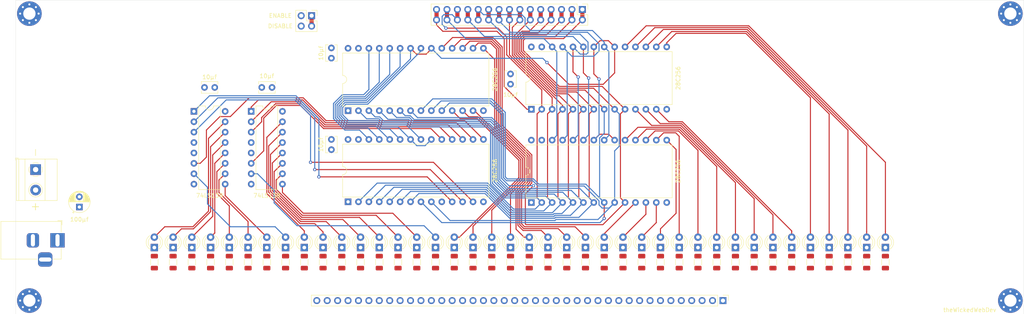
<source format=kicad_pcb>
(kicad_pcb (version 20171130) (host pcbnew "(5.1.10-1-10_14)")
  (layers (0 F.Cu signal) (31 B.Cu signal) (34 B.Paste user) (35 F.Paste user) (36 B.SilkS user) (37 F.SilkS user) (38 B.Mask user) (39 F.Mask user) (44 Edge.Cuts user))
  (net 0 "")
  (net 1 VCC)
  (net 2 GND)
  (net 3 "Net-(U4-Pad13)")
  (net 4 "Net-(U4-Pad12)")
  (net 5 "Net-(U4-Pad11)")
  (net 6 "Net-(U4-Pad19)")
  (net 7 "Net-(U4-Pad18)")
  (net 8 "Net-(U4-Pad17)")
  (net 9 "Net-(U4-Pad16)")
  (net 10 "Net-(U4-Pad15)")
  (net 11 "Net-(D1-Pad1)")
  (net 12 "Net-(D2-Pad1)")
  (net 13 "Net-(D3-Pad1)")
  (net 14 "Net-(D4-Pad1)")
  (net 15 "Net-(D5-Pad1)")
  (net 16 "Net-(D6-Pad1)")
  (net 17 "Net-(D7-Pad1)")
  (net 18 "Net-(D8-Pad1)")
  (net 19 "Net-(D9-Pad1)")
  (net 20 "Net-(D10-Pad1)")
  (net 21 "Net-(D11-Pad1)")
  (net 22 "Net-(D12-Pad1)")
  (net 23 "Net-(D13-Pad1)")
  (net 24 "Net-(D14-Pad1)")
  (net 25 "Net-(D15-Pad1)")
  (net 26 "Net-(D16-Pad1)")
  (net 27 "Net-(D17-Pad1)")
  (net 28 "Net-(D18-Pad1)")
  (net 29 "Net-(D19-Pad1)")
  (net 30 "Net-(D20-Pad1)")
  (net 31 "Net-(D21-Pad1)")
  (net 32 "Net-(D22-Pad1)")
  (net 33 "Net-(D23-Pad1)")
  (net 34 "Net-(D24-Pad1)")
  (net 35 "Net-(D25-Pad1)")
  (net 36 "Net-(D26-Pad1)")
  (net 37 "Net-(D27-Pad1)")
  (net 38 "Net-(D28-Pad1)")
  (net 39 "Net-(D29-Pad1)")
  (net 40 "Net-(D30-Pad1)")
  (net 41 "Net-(D31-Pad1)")
  (net 42 "Net-(D32-Pad1)")
  (net 43 "Net-(D33-Pad1)")
  (net 44 "Net-(D34-Pad1)")
  (net 45 "Net-(D35-Pad1)")
  (net 46 "Net-(D36-Pad1)")
  (net 47 "Net-(D37-Pad1)")
  (net 48 "Net-(D38-Pad1)")
  (net 49 "Net-(D39-Pad1)")
  (net 50 "Net-(D40-Pad1)")
  (net 51 CONTROL_OUT_00)
  (net 52 CONTROL_OUT_01)
  (net 53 CONTROL_OUT_02)
  (net 54 CONTROL_OUT_03)
  (net 55 CONTROL_OUT_04)
  (net 56 CONTROL_OUT_05)
  (net 57 CONTROL_OUT_06)
  (net 58 CONTROL_OUT_07)
  (net 59 CONTROL_IN_00)
  (net 60 CONTROL_IN_01)
  (net 61 CONTROL_IN_02)
  (net 62 CONTROL_IN_03)
  (net 63 CONTROL_IN_04)
  (net 64 CONTROL_IN_05)
  (net 65 CONTROL_IN_06)
  (net 66 CONTROL_IN_07)
  (net 67 INST_06)
  (net 68 INST_01)
  (net 69 INST_02)
  (net 70 STEP_00)
  (net 71 INST_04)
  (net 72 STEP_01)
  (net 73 STEP_02)
  (net 74 INST_03)
  (net 75 FLAG_00)
  (net 76 FLAG_01)
  (net 77 FLAG_03)
  (net 78 FLAG_04)
  (net 79 INST_00)
  (net 80 INST_05)
  (net 81 INST_07)
  (net 82 CONTROL_00)
  (net 83 CONTROL_01)
  (net 84 CONTROL_02)
  (net 85 CONTROL_03)
  (net 86 CONTROL_04)
  (net 87 CONTROL_05)
  (net 88 CONTROL_06)
  (net 89 CONTROL_07)
  (net 90 CONTROL_08)
  (net 91 CONTROL_09)
  (net 92 CONTROL_10)
  (net 93 CONTROL_11)
  (net 94 CONTROL_12)
  (net 95 CONTROL_13)
  (net 96 CONTROL_14)
  (net 97 CONTROL_15)
  (net 98 CONTROL_16)
  (net 99 CONTROL_17)
  (net 100 CONTROL_18)
  (net 101 CONTROL_19)
  (net 102 CONTROL_20)
  (net 103 CONTROL_21)
  (net 104 CONTROL_22)
  (net 105 CONTROL_23)
  (net 106 ENABLE_MICROCODE)
  (net 107 "Net-(U6-Pad4)")
  (module Connector_PinHeader_2.54mm:PinHeader_1x40_P2.54mm_Vertical (layer F.Cu) (at 202.946 123.698 270)
    (fp_text reference J3 hide)
    (fp_text value Conn_02x20_Top_Bottom hide)
    (pad 40 thru_hole oval (at 0 99.06 270) (size 1.7 1.7) (drill 1) (layers *.Cu *.Mask) (net 51 CONTROL_OUT_00))
    (pad 39 thru_hole oval (at 0 96.52 270) (size 1.7 1.7) (drill 1) (layers *.Cu *.Mask) (net 52 CONTROL_OUT_01))
    (pad 38 thru_hole oval (at 0 93.98 270) (size 1.7 1.7) (drill 1) (layers *.Cu *.Mask) (net 53 CONTROL_OUT_02))
    (pad 37 thru_hole oval (at 0 91.44 270) (size 1.7 1.7) (drill 1) (layers *.Cu *.Mask) (net 54 CONTROL_OUT_03))
    (pad 36 thru_hole oval (at 0 88.9 270) (size 1.7 1.7) (drill 1) (layers *.Cu *.Mask) (net 55 CONTROL_OUT_04))
    (pad 35 thru_hole oval (at 0 86.36 270) (size 1.7 1.7) (drill 1) (layers *.Cu *.Mask) (net 56 CONTROL_OUT_05))
    (pad 34 thru_hole oval (at 0 83.82 270) (size 1.7 1.7) (drill 1) (layers *.Cu *.Mask) (net 57 CONTROL_OUT_06))
    (pad 33 thru_hole oval (at 0 81.28 270) (size 1.7 1.7) (drill 1) (layers *.Cu *.Mask) (net 58 CONTROL_OUT_07))
    (pad 32 thru_hole oval (at 0 78.74 270) (size 1.7 1.7) (drill 1) (layers *.Cu *.Mask) (net 59 CONTROL_IN_00))
    (pad 31 thru_hole oval (at 0 76.2 270) (size 1.7 1.7) (drill 1) (layers *.Cu *.Mask) (net 60 CONTROL_IN_01))
    (pad 30 thru_hole oval (at 0 73.66 270) (size 1.7 1.7) (drill 1) (layers *.Cu *.Mask) (net 61 CONTROL_IN_02))
    (pad 29 thru_hole oval (at 0 71.12 270) (size 1.7 1.7) (drill 1) (layers *.Cu *.Mask) (net 62 CONTROL_IN_03))
    (pad 28 thru_hole oval (at 0 68.58 270) (size 1.7 1.7) (drill 1) (layers *.Cu *.Mask) (net 63 CONTROL_IN_04))
    (pad 27 thru_hole oval (at 0 66.04 270) (size 1.7 1.7) (drill 1) (layers *.Cu *.Mask) (net 64 CONTROL_IN_05))
    (pad 26 thru_hole oval (at 0 63.5 270) (size 1.7 1.7) (drill 1) (layers *.Cu *.Mask) (net 65 CONTROL_IN_06))
    (pad 25 thru_hole oval (at 0 60.96 270) (size 1.7 1.7) (drill 1) (layers *.Cu *.Mask) (net 66 CONTROL_IN_07))
    (pad 24 thru_hole oval (at 0 58.42 270) (size 1.7 1.7) (drill 1) (layers *.Cu *.Mask) (net 82 CONTROL_00))
    (pad 23 thru_hole oval (at 0 55.88 270) (size 1.7 1.7) (drill 1) (layers *.Cu *.Mask) (net 83 CONTROL_01))
    (pad 22 thru_hole oval (at 0 53.34 270) (size 1.7 1.7) (drill 1) (layers *.Cu *.Mask) (net 84 CONTROL_02))
    (pad 21 thru_hole oval (at 0 50.8 270) (size 1.7 1.7) (drill 1) (layers *.Cu *.Mask) (net 85 CONTROL_03))
    (pad 20 thru_hole oval (at 0 48.26 270) (size 1.7 1.7) (drill 1) (layers *.Cu *.Mask) (net 86 CONTROL_04))
    (pad 19 thru_hole oval (at 0 45.72 270) (size 1.7 1.7) (drill 1) (layers *.Cu *.Mask) (net 87 CONTROL_05))
    (pad 18 thru_hole oval (at 0 43.18 270) (size 1.7 1.7) (drill 1) (layers *.Cu *.Mask) (net 88 CONTROL_06))
    (pad 17 thru_hole oval (at 0 40.64 270) (size 1.7 1.7) (drill 1) (layers *.Cu *.Mask) (net 89 CONTROL_07))
    (pad 16 thru_hole oval (at 0 38.1 270) (size 1.7 1.7) (drill 1) (layers *.Cu *.Mask) (net 90 CONTROL_08))
    (pad 15 thru_hole oval (at 0 35.56 270) (size 1.7 1.7) (drill 1) (layers *.Cu *.Mask) (net 91 CONTROL_09))
    (pad 14 thru_hole oval (at 0 33.02 270) (size 1.7 1.7) (drill 1) (layers *.Cu *.Mask) (net 92 CONTROL_10))
    (pad 13 thru_hole oval (at 0 30.48 270) (size 1.7 1.7) (drill 1) (layers *.Cu *.Mask) (net 93 CONTROL_11))
    (pad 12 thru_hole oval (at 0 27.94 270) (size 1.7 1.7) (drill 1) (layers *.Cu *.Mask) (net 94 CONTROL_12))
    (pad 11 thru_hole oval (at 0 25.4 270) (size 1.7 1.7) (drill 1) (layers *.Cu *.Mask) (net 95 CONTROL_13))
    (pad 10 thru_hole oval (at 0 22.86 270) (size 1.7 1.7) (drill 1) (layers *.Cu *.Mask) (net 96 CONTROL_14))
    (pad 9 thru_hole oval (at 0 20.32 270) (size 1.7 1.7) (drill 1) (layers *.Cu *.Mask) (net 97 CONTROL_15))
    (pad 8 thru_hole oval (at 0 17.78 270) (size 1.7 1.7) (drill 1) (layers *.Cu *.Mask) (net 98 CONTROL_16))
    (pad 7 thru_hole oval (at 0 15.24 270) (size 1.7 1.7) (drill 1) (layers *.Cu *.Mask) (net 99 CONTROL_17))
    (pad 6 thru_hole oval (at 0 12.7 270) (size 1.7 1.7) (drill 1) (layers *.Cu *.Mask) (net 100 CONTROL_18))
    (pad 5 thru_hole oval (at 0 10.16 270) (size 1.7 1.7) (drill 1) (layers *.Cu *.Mask) (net 101 CONTROL_19))
    (pad 4 thru_hole oval (at 0 7.62 270) (size 1.7 1.7) (drill 1) (layers *.Cu *.Mask) (net 102 CONTROL_20))
    (pad 3 thru_hole oval (at 0 5.08 270) (size 1.7 1.7) (drill 1) (layers *.Cu *.Mask) (net 103 CONTROL_21))
    (pad 2 thru_hole oval (at 0 2.54 270) (size 1.7 1.7) (drill 1) (layers *.Cu *.Mask) (net 104 CONTROL_22))
    (pad 1 thru_hole rect (at 0 0 270) (size 1.7 1.7) (drill 1) (layers *.Cu *.Mask) (net 105 CONTROL_23))
  )
  (module Connector_PinHeader_2.54mm:PinHeader_2x15_P2.54mm_Vertical (layer F.Cu) (at 168.656 52.578 270)
    (fp_text reference J2 hide)
    (fp_text value Conn_02x15_Top_Bottom hide)
    (pad 30 thru_hole oval (at 2.54 35.56 270) (size 1.7 1.7) (drill 1) (layers *.Cu *.Mask) (net 81 INST_07))
    (pad 29 thru_hole oval (at 0 35.56 270) (size 1.7 1.7) (drill 1) (layers *.Cu *.Mask) (net 81 INST_07))
    (pad 28 thru_hole oval (at 2.54 33.02 270) (size 1.7 1.7) (drill 1) (layers *.Cu *.Mask) (net 67 INST_06))
    (pad 27 thru_hole oval (at 0 33.02 270) (size 1.7 1.7) (drill 1) (layers *.Cu *.Mask) (net 67 INST_06))
    (pad 26 thru_hole oval (at 2.54 30.48 270) (size 1.7 1.7) (drill 1) (layers *.Cu *.Mask) (net 80 INST_05))
    (pad 25 thru_hole oval (at 0 30.48 270) (size 1.7 1.7) (drill 1) (layers *.Cu *.Mask) (net 80 INST_05))
    (pad 24 thru_hole oval (at 2.54 27.94 270) (size 1.7 1.7) (drill 1) (layers *.Cu *.Mask) (net 71 INST_04))
    (pad 23 thru_hole oval (at 0 27.94 270) (size 1.7 1.7) (drill 1) (layers *.Cu *.Mask) (net 71 INST_04))
    (pad 22 thru_hole oval (at 2.54 25.4 270) (size 1.7 1.7) (drill 1) (layers *.Cu *.Mask) (net 74 INST_03))
    (pad 21 thru_hole oval (at 0 25.4 270) (size 1.7 1.7) (drill 1) (layers *.Cu *.Mask) (net 74 INST_03))
    (pad 20 thru_hole oval (at 2.54 22.86 270) (size 1.7 1.7) (drill 1) (layers *.Cu *.Mask) (net 69 INST_02))
    (pad 19 thru_hole oval (at 0 22.86 270) (size 1.7 1.7) (drill 1) (layers *.Cu *.Mask) (net 69 INST_02))
    (pad 18 thru_hole oval (at 2.54 20.32 270) (size 1.7 1.7) (drill 1) (layers *.Cu *.Mask) (net 68 INST_01))
    (pad 17 thru_hole oval (at 0 20.32 270) (size 1.7 1.7) (drill 1) (layers *.Cu *.Mask) (net 68 INST_01))
    (pad 16 thru_hole oval (at 2.54 17.78 270) (size 1.7 1.7) (drill 1) (layers *.Cu *.Mask) (net 79 INST_00))
    (pad 15 thru_hole oval (at 0 17.78 270) (size 1.7 1.7) (drill 1) (layers *.Cu *.Mask) (net 79 INST_00))
    (pad 14 thru_hole oval (at 2.54 15.24 270) (size 1.7 1.7) (drill 1) (layers *.Cu *.Mask) (net 78 FLAG_04))
    (pad 13 thru_hole oval (at 0 15.24 270) (size 1.7 1.7) (drill 1) (layers *.Cu *.Mask) (net 78 FLAG_04))
    (pad 12 thru_hole oval (at 2.54 12.7 270) (size 1.7 1.7) (drill 1) (layers *.Cu *.Mask) (net 77 FLAG_03))
    (pad 11 thru_hole oval (at 0 12.7 270) (size 1.7 1.7) (drill 1) (layers *.Cu *.Mask) (net 77 FLAG_03))
    (pad 10 thru_hole oval (at 2.54 10.16 270) (size 1.7 1.7) (drill 1) (layers *.Cu *.Mask) (net 76 FLAG_01))
    (pad 9 thru_hole oval (at 0 10.16 270) (size 1.7 1.7) (drill 1) (layers *.Cu *.Mask) (net 76 FLAG_01))
    (pad 8 thru_hole oval (at 2.54 7.62 270) (size 1.7 1.7) (drill 1) (layers *.Cu *.Mask) (net 75 FLAG_00))
    (pad 7 thru_hole oval (at 0 7.62 270) (size 1.7 1.7) (drill 1) (layers *.Cu *.Mask) (net 75 FLAG_00))
    (pad 6 thru_hole oval (at 2.54 5.08 270) (size 1.7 1.7) (drill 1) (layers *.Cu *.Mask) (net 73 STEP_02))
    (pad 5 thru_hole oval (at 0 5.08 270) (size 1.7 1.7) (drill 1) (layers *.Cu *.Mask) (net 73 STEP_02))
    (pad 4 thru_hole oval (at 2.54 2.54 270) (size 1.7 1.7) (drill 1) (layers *.Cu *.Mask) (net 72 STEP_01))
    (pad 3 thru_hole oval (at 0 2.54 270) (size 1.7 1.7) (drill 1) (layers *.Cu *.Mask) (net 72 STEP_01))
    (pad 2 thru_hole oval (at 2.54 0 270) (size 1.7 1.7) (drill 1) (layers *.Cu *.Mask) (net 70 STEP_00))
    (pad 1 thru_hole rect (at 0 0 270) (size 1.7 1.7) (drill 1) (layers *.Cu *.Mask) (net 70 STEP_00))
  )
  (module Connector_PinHeader_2.54mm:PinHeader_2x02_P2.54mm_Vertical (layer F.Cu) (at 102.616 54.102 270)
    (fp_text reference J1 hide)
    (fp_text value Conn_02x02_Top_Bottom hide)
    (fp_text user ENABLE (at 0 7.62 180) (layer F.SilkS))
    (fp_text user DISABLE (at 2.54 7.62) (layer F.SilkS))
    (pad 4 thru_hole oval (at 2.54 2.54 270) (size 1.7 1.7) (drill 1) (layers *.Cu *.Mask) (net 1 VCC))
    (pad 3 thru_hole oval (at 0 2.54 270) (size 1.7 1.7) (drill 1) (layers *.Cu *.Mask) (net 2 GND))
    (pad 2 thru_hole oval (at 2.54 0 270) (size 1.7 1.7) (drill 1) (layers *.Cu *.Mask) (net 106 ENABLE_MICROCODE))
    (pad 1 thru_hole rect (at 0 0 270) (size 1.7 1.7) (drill 1) (layers *.Cu *.Mask) (net 106 ENABLE_MICROCODE))
  )
  (module Capacitor_THT:C_Disc_D3.8mm_W2.6mm_P2.50mm (layer F.Cu) (at 92.964 71.628 180)
    (fp_text reference C7 hide)
    (fp_text value CP1_Small hide)
    (fp_text user 10µf (at 1.27 2.794) (layer F.SilkS))
    (pad 2 thru_hole circle (at 2.5 0 180) (size 1.6 1.6) (drill 0.8) (layers *.Cu *.Mask) (net 2 GND))
    (pad 1 thru_hole circle (at 0 0 180) (size 1.6 1.6) (drill 0.8) (layers *.Cu *.Mask) (net 1 VCC))
  )
  (module Capacitor_THT:C_Disc_D3.8mm_W2.6mm_P2.50mm (layer F.Cu) (at 78.994 71.628 180)
    (fp_text reference C6 hide)
    (fp_text value CP1_Small hide)
    (fp_text user 10µf (at 1.27 2.54) (layer F.SilkS))
    (pad 1 thru_hole circle (at 0 0 180) (size 1.6 1.6) (drill 0.8) (layers *.Cu *.Mask) (net 1 VCC))
    (pad 2 thru_hole circle (at 2.5 0 180) (size 1.6 1.6) (drill 0.8) (layers *.Cu *.Mask) (net 2 GND))
  )
  (module Capacitor_THT:C_Disc_D3.8mm_W2.6mm_P2.50mm (layer F.Cu) (at 107.442 84.328 270)
    (fp_text reference C4 hide)
    (fp_text value CP1_Small hide)
    (fp_text user 10µf (at 1.27 2.54 270) (layer F.SilkS))
    (pad 2 thru_hole circle (at 2.5 0 270) (size 1.6 1.6) (drill 0.8) (layers *.Cu *.Mask) (net 2 GND))
    (pad 1 thru_hole circle (at 0 0 270) (size 1.6 1.6) (drill 0.8) (layers *.Cu *.Mask) (net 1 VCC))
  )
  (module Capacitor_THT:C_Disc_D3.8mm_W2.6mm_P2.50mm (layer F.Cu) (at 151.13 68.326 270)
    (fp_text reference C3 hide)
    (fp_text value CP1_Small hide)
    (fp_text user 10µf (at 5.08 0 180) (layer F.SilkS))
    (pad 2 thru_hole circle (at 2.5 0 270) (size 1.6 1.6) (drill 0.8) (layers *.Cu *.Mask) (net 2 GND))
    (pad 1 thru_hole circle (at 0 0 270) (size 1.6 1.6) (drill 0.8) (layers *.Cu *.Mask) (net 1 VCC))
  )
  (module Capacitor_THT:C_Disc_D3.8mm_W2.6mm_P2.50mm (layer F.Cu) (at 107.442 61.976 270)
    (fp_text reference C2 hide)
    (fp_text value CP1_Small hide)
    (fp_text user 10µf (at 1.27 2.54 90) (layer F.SilkS))
    (pad 2 thru_hole circle (at 2.5 0 270) (size 1.6 1.6) (drill 0.8) (layers *.Cu *.Mask) (net 2 GND))
    (pad 1 thru_hole circle (at 0 0 270) (size 1.6 1.6) (drill 0.8) (layers *.Cu *.Mask) (net 1 VCC))
  )
  (module Capacitor_THT:CP_Radial_D5.0mm_P2.50mm (layer F.Cu) (at 45.974 100.838 90)
    (fp_text reference C1 hide)
    (fp_text value CP1_Small hide)
    (fp_text user 100µf (at -3.048 0 180) (layer F.SilkS))
    (pad 2 thru_hole circle (at 2.5 0 90) (size 1.6 1.6) (drill 0.8) (layers *.Cu *.Mask) (net 2 GND))
    (pad 1 thru_hole rect (at 0 0 90) (size 1.6 1.6) (drill 0.8) (layers *.Cu *.Mask) (net 1 VCC))
  )
  (module Package_DIP:DIP-28_W15.24mm (layer F.Cu) (at 156.21 99.737334 90)
    (fp_text reference U3 hide)
    (fp_text value 28C256 (at 7.62 35.814 90) (layer F.SilkS))
    (pad 28 thru_hole oval (at 15.24 0 90) (size 1.6 1.6) (drill 0.8) (layers *.Cu *.Mask) (net 1 VCC))
    (pad 14 thru_hole oval (at 0 33.02 90) (size 1.6 1.6) (drill 0.8) (layers *.Cu *.Mask) (net 2 GND))
    (pad 27 thru_hole oval (at 15.24 2.54 90) (size 1.6 1.6) (drill 0.8) (layers *.Cu *.Mask) (net 1 VCC))
    (pad 13 thru_hole oval (at 0 30.48 90) (size 1.6 1.6) (drill 0.8) (layers *.Cu *.Mask) (net 92 CONTROL_10))
    (pad 26 thru_hole oval (at 15.24 5.08 90) (size 1.6 1.6) (drill 0.8) (layers *.Cu *.Mask) (net 67 INST_06))
    (pad 12 thru_hole oval (at 0 27.94 90) (size 1.6 1.6) (drill 0.8) (layers *.Cu *.Mask) (net 91 CONTROL_09))
    (pad 25 thru_hole oval (at 15.24 7.62 90) (size 1.6 1.6) (drill 0.8) (layers *.Cu *.Mask) (net 68 INST_01))
    (pad 11 thru_hole oval (at 0 25.4 90) (size 1.6 1.6) (drill 0.8) (layers *.Cu *.Mask) (net 90 CONTROL_08))
    (pad 24 thru_hole oval (at 15.24 10.16 90) (size 1.6 1.6) (drill 0.8) (layers *.Cu *.Mask) (net 69 INST_02))
    (pad 10 thru_hole oval (at 0 22.86 90) (size 1.6 1.6) (drill 0.8) (layers *.Cu *.Mask) (net 70 STEP_00))
    (pad 23 thru_hole oval (at 15.24 12.7 90) (size 1.6 1.6) (drill 0.8) (layers *.Cu *.Mask) (net 71 INST_04))
    (pad 9 thru_hole oval (at 0 20.32 90) (size 1.6 1.6) (drill 0.8) (layers *.Cu *.Mask) (net 72 STEP_01))
    (pad 22 thru_hole oval (at 15.24 15.24 90) (size 1.6 1.6) (drill 0.8) (layers *.Cu *.Mask) (net 106 ENABLE_MICROCODE))
    (pad 8 thru_hole oval (at 0 17.78 90) (size 1.6 1.6) (drill 0.8) (layers *.Cu *.Mask) (net 73 STEP_02))
    (pad 21 thru_hole oval (at 15.24 17.78 90) (size 1.6 1.6) (drill 0.8) (layers *.Cu *.Mask) (net 74 INST_03))
    (pad 7 thru_hole oval (at 0 15.24 90) (size 1.6 1.6) (drill 0.8) (layers *.Cu *.Mask) (net 75 FLAG_00))
    (pad 20 thru_hole oval (at 15.24 20.32 90) (size 1.6 1.6) (drill 0.8) (layers *.Cu *.Mask) (net 106 ENABLE_MICROCODE))
    (pad 6 thru_hole oval (at 0 12.7 90) (size 1.6 1.6) (drill 0.8) (layers *.Cu *.Mask) (net 76 FLAG_01))
    (pad 19 thru_hole oval (at 15.24 22.86 90) (size 1.6 1.6) (drill 0.8) (layers *.Cu *.Mask) (net 97 CONTROL_15))
    (pad 5 thru_hole oval (at 0 10.16 90) (size 1.6 1.6) (drill 0.8) (layers *.Cu *.Mask) (net 77 FLAG_03))
    (pad 18 thru_hole oval (at 15.24 25.4 90) (size 1.6 1.6) (drill 0.8) (layers *.Cu *.Mask) (net 96 CONTROL_14))
    (pad 4 thru_hole oval (at 0 7.62 90) (size 1.6 1.6) (drill 0.8) (layers *.Cu *.Mask) (net 78 FLAG_04))
    (pad 17 thru_hole oval (at 15.24 27.94 90) (size 1.6 1.6) (drill 0.8) (layers *.Cu *.Mask) (net 95 CONTROL_13))
    (pad 3 thru_hole oval (at 0 5.08 90) (size 1.6 1.6) (drill 0.8) (layers *.Cu *.Mask) (net 79 INST_00))
    (pad 16 thru_hole oval (at 15.24 30.48 90) (size 1.6 1.6) (drill 0.8) (layers *.Cu *.Mask) (net 94 CONTROL_12))
    (pad 2 thru_hole oval (at 0 2.54 90) (size 1.6 1.6) (drill 0.8) (layers *.Cu *.Mask) (net 80 INST_05))
    (pad 15 thru_hole oval (at 15.24 33.02 90) (size 1.6 1.6) (drill 0.8) (layers *.Cu *.Mask) (net 93 CONTROL_11))
    (pad 1 thru_hole rect (at 0 0 90) (size 1.6 1.6) (drill 0.8) (layers *.Cu *.Mask) (net 81 INST_07))
  )
  (module Package_DIP:DIP-28_W15.24mm (layer F.Cu) (at 111.506 77.300667 90)
    (fp_text reference U2 hide)
    (fp_text value 28C256 (at 7.62 35.814 90) (layer F.SilkS))
    (pad 28 thru_hole oval (at 15.24 0 90) (size 1.6 1.6) (drill 0.8) (layers *.Cu *.Mask) (net 1 VCC))
    (pad 14 thru_hole oval (at 0 33.02 90) (size 1.6 1.6) (drill 0.8) (layers *.Cu *.Mask) (net 2 GND))
    (pad 27 thru_hole oval (at 15.24 2.54 90) (size 1.6 1.6) (drill 0.8) (layers *.Cu *.Mask) (net 1 VCC))
    (pad 13 thru_hole oval (at 0 30.48 90) (size 1.6 1.6) (drill 0.8) (layers *.Cu *.Mask) (net 84 CONTROL_02))
    (pad 26 thru_hole oval (at 15.24 5.08 90) (size 1.6 1.6) (drill 0.8) (layers *.Cu *.Mask) (net 67 INST_06))
    (pad 12 thru_hole oval (at 0 27.94 90) (size 1.6 1.6) (drill 0.8) (layers *.Cu *.Mask) (net 83 CONTROL_01))
    (pad 25 thru_hole oval (at 15.24 7.62 90) (size 1.6 1.6) (drill 0.8) (layers *.Cu *.Mask) (net 68 INST_01))
    (pad 11 thru_hole oval (at 0 25.4 90) (size 1.6 1.6) (drill 0.8) (layers *.Cu *.Mask) (net 82 CONTROL_00))
    (pad 24 thru_hole oval (at 15.24 10.16 90) (size 1.6 1.6) (drill 0.8) (layers *.Cu *.Mask) (net 69 INST_02))
    (pad 10 thru_hole oval (at 0 22.86 90) (size 1.6 1.6) (drill 0.8) (layers *.Cu *.Mask) (net 70 STEP_00))
    (pad 23 thru_hole oval (at 15.24 12.7 90) (size 1.6 1.6) (drill 0.8) (layers *.Cu *.Mask) (net 71 INST_04))
    (pad 9 thru_hole oval (at 0 20.32 90) (size 1.6 1.6) (drill 0.8) (layers *.Cu *.Mask) (net 72 STEP_01))
    (pad 22 thru_hole oval (at 15.24 15.24 90) (size 1.6 1.6) (drill 0.8) (layers *.Cu *.Mask) (net 106 ENABLE_MICROCODE))
    (pad 8 thru_hole oval (at 0 17.78 90) (size 1.6 1.6) (drill 0.8) (layers *.Cu *.Mask) (net 73 STEP_02))
    (pad 21 thru_hole oval (at 15.24 17.78 90) (size 1.6 1.6) (drill 0.8) (layers *.Cu *.Mask) (net 74 INST_03))
    (pad 7 thru_hole oval (at 0 15.24 90) (size 1.6 1.6) (drill 0.8) (layers *.Cu *.Mask) (net 75 FLAG_00))
    (pad 20 thru_hole oval (at 15.24 20.32 90) (size 1.6 1.6) (drill 0.8) (layers *.Cu *.Mask) (net 106 ENABLE_MICROCODE))
    (pad 6 thru_hole oval (at 0 12.7 90) (size 1.6 1.6) (drill 0.8) (layers *.Cu *.Mask) (net 76 FLAG_01))
    (pad 19 thru_hole oval (at 15.24 22.86 90) (size 1.6 1.6) (drill 0.8) (layers *.Cu *.Mask) (net 89 CONTROL_07))
    (pad 5 thru_hole oval (at 0 10.16 90) (size 1.6 1.6) (drill 0.8) (layers *.Cu *.Mask) (net 77 FLAG_03))
    (pad 18 thru_hole oval (at 15.24 25.4 90) (size 1.6 1.6) (drill 0.8) (layers *.Cu *.Mask) (net 88 CONTROL_06))
    (pad 4 thru_hole oval (at 0 7.62 90) (size 1.6 1.6) (drill 0.8) (layers *.Cu *.Mask) (net 78 FLAG_04))
    (pad 17 thru_hole oval (at 15.24 27.94 90) (size 1.6 1.6) (drill 0.8) (layers *.Cu *.Mask) (net 87 CONTROL_05))
    (pad 3 thru_hole oval (at 0 5.08 90) (size 1.6 1.6) (drill 0.8) (layers *.Cu *.Mask) (net 79 INST_00))
    (pad 16 thru_hole oval (at 15.24 30.48 90) (size 1.6 1.6) (drill 0.8) (layers *.Cu *.Mask) (net 86 CONTROL_04))
    (pad 2 thru_hole oval (at 0 2.54 90) (size 1.6 1.6) (drill 0.8) (layers *.Cu *.Mask) (net 80 INST_05))
    (pad 15 thru_hole oval (at 15.24 33.02 90) (size 1.6 1.6) (drill 0.8) (layers *.Cu *.Mask) (net 85 CONTROL_03))
    (pad 1 thru_hole rect (at 0 0 90) (size 1.6 1.6) (drill 0.8) (layers *.Cu *.Mask) (net 81 INST_07))
  )
  (module Package_DIP:DIP-28_W15.24mm (layer F.Cu) (at 156.21 76.962 90)
    (fp_text reference U1 hide)
    (fp_text value 28C256 (at 7.62 35.814 90) (layer F.SilkS))
    (pad 28 thru_hole oval (at 15.24 0 90) (size 1.6 1.6) (drill 0.8) (layers *.Cu *.Mask) (net 1 VCC))
    (pad 14 thru_hole oval (at 0 33.02 90) (size 1.6 1.6) (drill 0.8) (layers *.Cu *.Mask) (net 2 GND))
    (pad 27 thru_hole oval (at 15.24 2.54 90) (size 1.6 1.6) (drill 0.8) (layers *.Cu *.Mask) (net 1 VCC))
    (pad 13 thru_hole oval (at 0 30.48 90) (size 1.6 1.6) (drill 0.8) (layers *.Cu *.Mask) (net 100 CONTROL_18))
    (pad 26 thru_hole oval (at 15.24 5.08 90) (size 1.6 1.6) (drill 0.8) (layers *.Cu *.Mask) (net 67 INST_06))
    (pad 12 thru_hole oval (at 0 27.94 90) (size 1.6 1.6) (drill 0.8) (layers *.Cu *.Mask) (net 99 CONTROL_17))
    (pad 25 thru_hole oval (at 15.24 7.62 90) (size 1.6 1.6) (drill 0.8) (layers *.Cu *.Mask) (net 68 INST_01))
    (pad 11 thru_hole oval (at 0 25.4 90) (size 1.6 1.6) (drill 0.8) (layers *.Cu *.Mask) (net 98 CONTROL_16))
    (pad 24 thru_hole oval (at 15.24 10.16 90) (size 1.6 1.6) (drill 0.8) (layers *.Cu *.Mask) (net 69 INST_02))
    (pad 10 thru_hole oval (at 0 22.86 90) (size 1.6 1.6) (drill 0.8) (layers *.Cu *.Mask) (net 70 STEP_00))
    (pad 23 thru_hole oval (at 15.24 12.7 90) (size 1.6 1.6) (drill 0.8) (layers *.Cu *.Mask) (net 71 INST_04))
    (pad 9 thru_hole oval (at 0 20.32 90) (size 1.6 1.6) (drill 0.8) (layers *.Cu *.Mask) (net 72 STEP_01))
    (pad 22 thru_hole oval (at 15.24 15.24 90) (size 1.6 1.6) (drill 0.8) (layers *.Cu *.Mask) (net 106 ENABLE_MICROCODE))
    (pad 8 thru_hole oval (at 0 17.78 90) (size 1.6 1.6) (drill 0.8) (layers *.Cu *.Mask) (net 73 STEP_02))
    (pad 21 thru_hole oval (at 15.24 17.78 90) (size 1.6 1.6) (drill 0.8) (layers *.Cu *.Mask) (net 74 INST_03))
    (pad 7 thru_hole oval (at 0 15.24 90) (size 1.6 1.6) (drill 0.8) (layers *.Cu *.Mask) (net 75 FLAG_00))
    (pad 20 thru_hole oval (at 15.24 20.32 90) (size 1.6 1.6) (drill 0.8) (layers *.Cu *.Mask) (net 106 ENABLE_MICROCODE))
    (pad 6 thru_hole oval (at 0 12.7 90) (size 1.6 1.6) (drill 0.8) (layers *.Cu *.Mask) (net 76 FLAG_01))
    (pad 19 thru_hole oval (at 15.24 22.86 90) (size 1.6 1.6) (drill 0.8) (layers *.Cu *.Mask) (net 105 CONTROL_23))
    (pad 5 thru_hole oval (at 0 10.16 90) (size 1.6 1.6) (drill 0.8) (layers *.Cu *.Mask) (net 77 FLAG_03))
    (pad 18 thru_hole oval (at 15.24 25.4 90) (size 1.6 1.6) (drill 0.8) (layers *.Cu *.Mask) (net 104 CONTROL_22))
    (pad 4 thru_hole oval (at 0 7.62 90) (size 1.6 1.6) (drill 0.8) (layers *.Cu *.Mask) (net 78 FLAG_04))
    (pad 17 thru_hole oval (at 15.24 27.94 90) (size 1.6 1.6) (drill 0.8) (layers *.Cu *.Mask) (net 103 CONTROL_21))
    (pad 3 thru_hole oval (at 0 5.08 90) (size 1.6 1.6) (drill 0.8) (layers *.Cu *.Mask) (net 79 INST_00))
    (pad 16 thru_hole oval (at 15.24 30.48 90) (size 1.6 1.6) (drill 0.8) (layers *.Cu *.Mask) (net 102 CONTROL_20))
    (pad 2 thru_hole oval (at 0 2.54 90) (size 1.6 1.6) (drill 0.8) (layers *.Cu *.Mask) (net 80 INST_05))
    (pad 15 thru_hole oval (at 15.24 33.02 90) (size 1.6 1.6) (drill 0.8) (layers *.Cu *.Mask) (net 101 CONTROL_19))
    (pad 1 thru_hole rect (at 0 0 90) (size 1.6 1.6) (drill 0.8) (layers *.Cu *.Mask) (net 81 INST_07))
  )
  (module Package_DIP:DIP-16_W7.62mm (layer F.Cu) (at 87.884 77.47)
    (fp_text reference U6 hide)
    (fp_text value 74LS138 (at 3.81 20.574) (layer F.SilkS))
    (pad 16 thru_hole oval (at 7.62 0) (size 1.6 1.6) (drill 0.8) (layers *.Cu *.Mask) (net 1 VCC))
    (pad 8 thru_hole oval (at 0 17.78) (size 1.6 1.6) (drill 0.8) (layers *.Cu *.Mask) (net 2 GND))
    (pad 15 thru_hole oval (at 7.62 2.54) (size 1.6 1.6) (drill 0.8) (layers *.Cu *.Mask) (net 59 CONTROL_IN_00))
    (pad 7 thru_hole oval (at 0 15.24) (size 1.6 1.6) (drill 0.8) (layers *.Cu *.Mask) (net 66 CONTROL_IN_07))
    (pad 14 thru_hole oval (at 7.62 5.08) (size 1.6 1.6) (drill 0.8) (layers *.Cu *.Mask) (net 60 CONTROL_IN_01))
    (pad 6 thru_hole oval (at 0 12.7) (size 1.6 1.6) (drill 0.8) (layers *.Cu *.Mask) (net 6 "Net-(U4-Pad19)"))
    (pad 13 thru_hole oval (at 7.62 7.62) (size 1.6 1.6) (drill 0.8) (layers *.Cu *.Mask) (net 61 CONTROL_IN_02))
    (pad 5 thru_hole oval (at 0 10.16) (size 1.6 1.6) (drill 0.8) (layers *.Cu *.Mask) (net 107 "Net-(U6-Pad4)"))
    (pad 12 thru_hole oval (at 7.62 10.16) (size 1.6 1.6) (drill 0.8) (layers *.Cu *.Mask) (net 62 CONTROL_IN_03))
    (pad 4 thru_hole oval (at 0 7.62) (size 1.6 1.6) (drill 0.8) (layers *.Cu *.Mask) (net 107 "Net-(U6-Pad4)"))
    (pad 11 thru_hole oval (at 7.62 12.7) (size 1.6 1.6) (drill 0.8) (layers *.Cu *.Mask) (net 63 CONTROL_IN_04))
    (pad 3 thru_hole oval (at 0 5.08) (size 1.6 1.6) (drill 0.8) (layers *.Cu *.Mask) (net 7 "Net-(U4-Pad18)"))
    (pad 10 thru_hole oval (at 7.62 15.24) (size 1.6 1.6) (drill 0.8) (layers *.Cu *.Mask) (net 64 CONTROL_IN_05))
    (pad 2 thru_hole oval (at 0 2.54) (size 1.6 1.6) (drill 0.8) (layers *.Cu *.Mask) (net 8 "Net-(U4-Pad17)"))
    (pad 9 thru_hole oval (at 7.62 17.78) (size 1.6 1.6) (drill 0.8) (layers *.Cu *.Mask) (net 65 CONTROL_IN_06))
    (pad 1 thru_hole rect (at 0 0) (size 1.6 1.6) (drill 0.8) (layers *.Cu *.Mask) (net 9 "Net-(U4-Pad16)"))
  )
  (module Package_DIP:DIP-16_W7.62mm (layer F.Cu) (at 73.914 77.47)
    (fp_text reference U5 hide)
    (fp_text value 74LS138 (at 3.81 20.574) (layer F.SilkS))
    (pad 16 thru_hole oval (at 7.62 0) (size 1.6 1.6) (drill 0.8) (layers *.Cu *.Mask) (net 1 VCC))
    (pad 8 thru_hole oval (at 0 17.78) (size 1.6 1.6) (drill 0.8) (layers *.Cu *.Mask) (net 2 GND))
    (pad 15 thru_hole oval (at 7.62 2.54) (size 1.6 1.6) (drill 0.8) (layers *.Cu *.Mask) (net 51 CONTROL_OUT_00))
    (pad 7 thru_hole oval (at 0 15.24) (size 1.6 1.6) (drill 0.8) (layers *.Cu *.Mask) (net 58 CONTROL_OUT_07))
    (pad 14 thru_hole oval (at 7.62 5.08) (size 1.6 1.6) (drill 0.8) (layers *.Cu *.Mask) (net 52 CONTROL_OUT_01))
    (pad 6 thru_hole oval (at 0 12.7) (size 1.6 1.6) (drill 0.8) (layers *.Cu *.Mask) (net 10 "Net-(U4-Pad15)"))
    (pad 13 thru_hole oval (at 7.62 7.62) (size 1.6 1.6) (drill 0.8) (layers *.Cu *.Mask) (net 53 CONTROL_OUT_02))
    (pad 5 thru_hole oval (at 0 10.16) (size 1.6 1.6) (drill 0.8) (layers *.Cu *.Mask) (net 2 GND))
    (pad 12 thru_hole oval (at 7.62 10.16) (size 1.6 1.6) (drill 0.8) (layers *.Cu *.Mask) (net 54 CONTROL_OUT_03))
    (pad 4 thru_hole oval (at 0 7.62) (size 1.6 1.6) (drill 0.8) (layers *.Cu *.Mask) (net 2 GND))
    (pad 11 thru_hole oval (at 7.62 12.7) (size 1.6 1.6) (drill 0.8) (layers *.Cu *.Mask) (net 55 CONTROL_OUT_04))
    (pad 3 thru_hole oval (at 0 5.08) (size 1.6 1.6) (drill 0.8) (layers *.Cu *.Mask) (net 3 "Net-(U4-Pad13)"))
    (pad 10 thru_hole oval (at 7.62 15.24) (size 1.6 1.6) (drill 0.8) (layers *.Cu *.Mask) (net 56 CONTROL_OUT_05))
    (pad 2 thru_hole oval (at 0 2.54) (size 1.6 1.6) (drill 0.8) (layers *.Cu *.Mask) (net 4 "Net-(U4-Pad12)"))
    (pad 9 thru_hole oval (at 7.62 17.78) (size 1.6 1.6) (drill 0.8) (layers *.Cu *.Mask) (net 57 CONTROL_OUT_06))
    (pad 1 thru_hole rect (at 0 0) (size 1.6 1.6) (drill 0.8) (layers *.Cu *.Mask) (net 5 "Net-(U4-Pad11)"))
  )
  (module Resistor_SMD:R_1206_3216Metric (layer F.Cu) (at 242.57 114.3 270)
    (fp_text reference R40 hide)
    (fp_text value R_Small_US hide)
    (pad 2 smd roundrect (at 1.4625 0 270) (size 1.125 1.75) (layers F.Cu F.Paste F.Mask) (roundrect_rratio 0.222222) (net 2 GND))
    (pad 1 smd roundrect (at -1.4625 0 270) (size 1.125 1.75) (layers F.Cu F.Paste F.Mask) (roundrect_rratio 0.222222) (net 50 "Net-(D40-Pad1)"))
  )
  (module Resistor_SMD:R_1206_3216Metric (layer F.Cu) (at 237.998 114.3 270)
    (fp_text reference R39 hide)
    (fp_text value R_Small_US hide)
    (pad 2 smd roundrect (at 1.4625 0 270) (size 1.125 1.75) (layers F.Cu F.Paste F.Mask) (roundrect_rratio 0.222222) (net 2 GND))
    (pad 1 smd roundrect (at -1.4625 0 270) (size 1.125 1.75) (layers F.Cu F.Paste F.Mask) (roundrect_rratio 0.222222) (net 49 "Net-(D39-Pad1)"))
  )
  (module Resistor_SMD:R_1206_3216Metric (layer F.Cu) (at 233.426 114.3 270)
    (fp_text reference R38 hide)
    (fp_text value R_Small_US hide)
    (pad 2 smd roundrect (at 1.4625 0 270) (size 1.125 1.75) (layers F.Cu F.Paste F.Mask) (roundrect_rratio 0.222222) (net 2 GND))
    (pad 1 smd roundrect (at -1.4625 0 270) (size 1.125 1.75) (layers F.Cu F.Paste F.Mask) (roundrect_rratio 0.222222) (net 48 "Net-(D38-Pad1)"))
  )
  (module Resistor_SMD:R_1206_3216Metric (layer F.Cu) (at 228.854 114.3 270)
    (fp_text reference R37 hide)
    (fp_text value R_Small_US hide)
    (pad 2 smd roundrect (at 1.4625 0 270) (size 1.125 1.75) (layers F.Cu F.Paste F.Mask) (roundrect_rratio 0.222222) (net 2 GND))
    (pad 1 smd roundrect (at -1.4625 0 270) (size 1.125 1.75) (layers F.Cu F.Paste F.Mask) (roundrect_rratio 0.222222) (net 47 "Net-(D37-Pad1)"))
  )
  (module Resistor_SMD:R_1206_3216Metric (layer F.Cu) (at 224.282 114.3 270)
    (fp_text reference R36 hide)
    (fp_text value R_Small_US hide)
    (pad 2 smd roundrect (at 1.4625 0 270) (size 1.125 1.75) (layers F.Cu F.Paste F.Mask) (roundrect_rratio 0.222222) (net 2 GND))
    (pad 1 smd roundrect (at -1.4625 0 270) (size 1.125 1.75) (layers F.Cu F.Paste F.Mask) (roundrect_rratio 0.222222) (net 46 "Net-(D36-Pad1)"))
  )
  (module Resistor_SMD:R_1206_3216Metric (layer F.Cu) (at 219.71 114.3 270)
    (fp_text reference R35 hide)
    (fp_text value R_Small_US hide)
    (pad 2 smd roundrect (at 1.4625 0 270) (size 1.125 1.75) (layers F.Cu F.Paste F.Mask) (roundrect_rratio 0.222222) (net 2 GND))
    (pad 1 smd roundrect (at -1.4625 0 270) (size 1.125 1.75) (layers F.Cu F.Paste F.Mask) (roundrect_rratio 0.222222) (net 45 "Net-(D35-Pad1)"))
  )
  (module Resistor_SMD:R_1206_3216Metric (layer F.Cu) (at 215.138 114.3 270)
    (fp_text reference R34 hide)
    (fp_text value R_Small_US hide)
    (pad 2 smd roundrect (at 1.4625 0 270) (size 1.125 1.75) (layers F.Cu F.Paste F.Mask) (roundrect_rratio 0.222222) (net 2 GND))
    (pad 1 smd roundrect (at -1.4625 0 270) (size 1.125 1.75) (layers F.Cu F.Paste F.Mask) (roundrect_rratio 0.222222) (net 44 "Net-(D34-Pad1)"))
  )
  (module Resistor_SMD:R_1206_3216Metric (layer F.Cu) (at 210.566 114.3 270)
    (fp_text reference R33 hide)
    (fp_text value R_Small_US hide)
    (pad 2 smd roundrect (at 1.4625 0 270) (size 1.125 1.75) (layers F.Cu F.Paste F.Mask) (roundrect_rratio 0.222222) (net 2 GND))
    (pad 1 smd roundrect (at -1.4625 0 270) (size 1.125 1.75) (layers F.Cu F.Paste F.Mask) (roundrect_rratio 0.222222) (net 43 "Net-(D33-Pad1)"))
  )
  (module LED_THT:LED_D3.0mm (layer F.Cu) (at 242.57 110.744 90)
    (fp_text reference D40 hide)
    (fp_text value LED hide)
    (pad 2 thru_hole circle (at 2.54 0 90) (size 1.8 1.8) (drill 0.9) (layers *.Cu *.Mask) (net 105 CONTROL_23))
    (pad 1 thru_hole rect (at 0 0 90) (size 1.8 1.8) (drill 0.9) (layers *.Cu *.Mask) (net 50 "Net-(D40-Pad1)"))
  )
  (module LED_THT:LED_D3.0mm (layer F.Cu) (at 237.998 110.744 90)
    (fp_text reference D39 hide)
    (fp_text value LED hide)
    (pad 2 thru_hole circle (at 2.54 0 90) (size 1.8 1.8) (drill 0.9) (layers *.Cu *.Mask) (net 104 CONTROL_22))
    (pad 1 thru_hole rect (at 0 0 90) (size 1.8 1.8) (drill 0.9) (layers *.Cu *.Mask) (net 49 "Net-(D39-Pad1)"))
  )
  (module LED_THT:LED_D3.0mm (layer F.Cu) (at 233.426 110.744 90)
    (fp_text reference D38 hide)
    (fp_text value LED hide)
    (pad 2 thru_hole circle (at 2.54 0 90) (size 1.8 1.8) (drill 0.9) (layers *.Cu *.Mask) (net 103 CONTROL_21))
    (pad 1 thru_hole rect (at 0 0 90) (size 1.8 1.8) (drill 0.9) (layers *.Cu *.Mask) (net 48 "Net-(D38-Pad1)"))
  )
  (module LED_THT:LED_D3.0mm (layer F.Cu) (at 228.854 110.744 90)
    (fp_text reference D37 hide)
    (fp_text value LED hide)
    (pad 2 thru_hole circle (at 2.54 0 90) (size 1.8 1.8) (drill 0.9) (layers *.Cu *.Mask) (net 102 CONTROL_20))
    (pad 1 thru_hole rect (at 0 0 90) (size 1.8 1.8) (drill 0.9) (layers *.Cu *.Mask) (net 47 "Net-(D37-Pad1)"))
  )
  (module LED_THT:LED_D3.0mm (layer F.Cu) (at 224.282 110.744 90)
    (fp_text reference D36 hide)
    (fp_text value LED hide)
    (pad 2 thru_hole circle (at 2.54 0 90) (size 1.8 1.8) (drill 0.9) (layers *.Cu *.Mask) (net 101 CONTROL_19))
    (pad 1 thru_hole rect (at 0 0 90) (size 1.8 1.8) (drill 0.9) (layers *.Cu *.Mask) (net 46 "Net-(D36-Pad1)"))
  )
  (module LED_THT:LED_D3.0mm (layer F.Cu) (at 219.71 110.744 90)
    (fp_text reference D35 hide)
    (fp_text value LED hide)
    (pad 2 thru_hole circle (at 2.54 0 90) (size 1.8 1.8) (drill 0.9) (layers *.Cu *.Mask) (net 100 CONTROL_18))
    (pad 1 thru_hole rect (at 0 0 90) (size 1.8 1.8) (drill 0.9) (layers *.Cu *.Mask) (net 45 "Net-(D35-Pad1)"))
  )
  (module LED_THT:LED_D3.0mm (layer F.Cu) (at 215.138 110.744 90)
    (fp_text reference D34 hide)
    (fp_text value LED hide)
    (pad 2 thru_hole circle (at 2.54 0 90) (size 1.8 1.8) (drill 0.9) (layers *.Cu *.Mask) (net 99 CONTROL_17))
    (pad 1 thru_hole rect (at 0 0 90) (size 1.8 1.8) (drill 0.9) (layers *.Cu *.Mask) (net 44 "Net-(D34-Pad1)"))
  )
  (module LED_THT:LED_D3.0mm (layer F.Cu) (at 210.566 110.744 90)
    (fp_text reference D33 hide)
    (fp_text value LED hide)
    (pad 2 thru_hole circle (at 2.54 0 90) (size 1.8 1.8) (drill 0.9) (layers *.Cu *.Mask) (net 98 CONTROL_16))
    (pad 1 thru_hole rect (at 0 0 90) (size 1.8 1.8) (drill 0.9) (layers *.Cu *.Mask) (net 43 "Net-(D33-Pad1)"))
  )
  (module Resistor_SMD:R_1206_3216Metric (layer F.Cu) (at 205.994 114.3 270)
    (fp_text reference R32 hide)
    (fp_text value R_Small_US hide)
    (pad 2 smd roundrect (at 1.4625 0 270) (size 1.125 1.75) (layers F.Cu F.Paste F.Mask) (roundrect_rratio 0.222222) (net 2 GND))
    (pad 1 smd roundrect (at -1.4625 0 270) (size 1.125 1.75) (layers F.Cu F.Paste F.Mask) (roundrect_rratio 0.222222) (net 42 "Net-(D32-Pad1)"))
  )
  (module Resistor_SMD:R_1206_3216Metric (layer F.Cu) (at 201.422 114.3 270)
    (fp_text reference R31 hide)
    (fp_text value R_Small_US hide)
    (pad 2 smd roundrect (at 1.4625 0 270) (size 1.125 1.75) (layers F.Cu F.Paste F.Mask) (roundrect_rratio 0.222222) (net 2 GND))
    (pad 1 smd roundrect (at -1.4625 0 270) (size 1.125 1.75) (layers F.Cu F.Paste F.Mask) (roundrect_rratio 0.222222) (net 41 "Net-(D31-Pad1)"))
  )
  (module Resistor_SMD:R_1206_3216Metric (layer F.Cu) (at 196.85 114.3 270)
    (fp_text reference R30 hide)
    (fp_text value R_Small_US hide)
    (pad 2 smd roundrect (at 1.4625 0 270) (size 1.125 1.75) (layers F.Cu F.Paste F.Mask) (roundrect_rratio 0.222222) (net 2 GND))
    (pad 1 smd roundrect (at -1.4625 0 270) (size 1.125 1.75) (layers F.Cu F.Paste F.Mask) (roundrect_rratio 0.222222) (net 40 "Net-(D30-Pad1)"))
  )
  (module Resistor_SMD:R_1206_3216Metric (layer F.Cu) (at 192.278 114.3 270)
    (fp_text reference R29 hide)
    (fp_text value R_Small_US hide)
    (pad 2 smd roundrect (at 1.4625 0 270) (size 1.125 1.75) (layers F.Cu F.Paste F.Mask) (roundrect_rratio 0.222222) (net 2 GND))
    (pad 1 smd roundrect (at -1.4625 0 270) (size 1.125 1.75) (layers F.Cu F.Paste F.Mask) (roundrect_rratio 0.222222) (net 39 "Net-(D29-Pad1)"))
  )
  (module Resistor_SMD:R_1206_3216Metric (layer F.Cu) (at 187.706 114.3 270)
    (fp_text reference R28 hide)
    (fp_text value R_Small_US hide)
    (pad 2 smd roundrect (at 1.4625 0 270) (size 1.125 1.75) (layers F.Cu F.Paste F.Mask) (roundrect_rratio 0.222222) (net 2 GND))
    (pad 1 smd roundrect (at -1.4625 0 270) (size 1.125 1.75) (layers F.Cu F.Paste F.Mask) (roundrect_rratio 0.222222) (net 38 "Net-(D28-Pad1)"))
  )
  (module Resistor_SMD:R_1206_3216Metric (layer F.Cu) (at 183.134 114.3 270)
    (fp_text reference R27 hide)
    (fp_text value R_Small_US hide)
    (pad 2 smd roundrect (at 1.4625 0 270) (size 1.125 1.75) (layers F.Cu F.Paste F.Mask) (roundrect_rratio 0.222222) (net 2 GND))
    (pad 1 smd roundrect (at -1.4625 0 270) (size 1.125 1.75) (layers F.Cu F.Paste F.Mask) (roundrect_rratio 0.222222) (net 37 "Net-(D27-Pad1)"))
  )
  (module Resistor_SMD:R_1206_3216Metric (layer F.Cu) (at 178.562 114.3 270)
    (fp_text reference R26 hide)
    (fp_text value R_Small_US hide)
    (pad 2 smd roundrect (at 1.4625 0 270) (size 1.125 1.75) (layers F.Cu F.Paste F.Mask) (roundrect_rratio 0.222222) (net 2 GND))
    (pad 1 smd roundrect (at -1.4625 0 270) (size 1.125 1.75) (layers F.Cu F.Paste F.Mask) (roundrect_rratio 0.222222) (net 36 "Net-(D26-Pad1)"))
  )
  (module Resistor_SMD:R_1206_3216Metric (layer F.Cu) (at 173.99 114.3 270)
    (fp_text reference R25 hide)
    (fp_text value R_Small_US hide)
    (pad 2 smd roundrect (at 1.4625 0 270) (size 1.125 1.75) (layers F.Cu F.Paste F.Mask) (roundrect_rratio 0.222222) (net 2 GND))
    (pad 1 smd roundrect (at -1.4625 0 270) (size 1.125 1.75) (layers F.Cu F.Paste F.Mask) (roundrect_rratio 0.222222) (net 35 "Net-(D25-Pad1)"))
  )
  (module LED_THT:LED_D3.0mm (layer F.Cu) (at 205.994 110.744 90)
    (fp_text reference D32 hide)
    (fp_text value LED hide)
    (pad 2 thru_hole circle (at 2.54 0 90) (size 1.8 1.8) (drill 0.9) (layers *.Cu *.Mask) (net 97 CONTROL_15))
    (pad 1 thru_hole rect (at 0 0 90) (size 1.8 1.8) (drill 0.9) (layers *.Cu *.Mask) (net 42 "Net-(D32-Pad1)"))
  )
  (module LED_THT:LED_D3.0mm (layer F.Cu) (at 201.422 110.744 90)
    (fp_text reference D31 hide)
    (fp_text value LED hide)
    (pad 2 thru_hole circle (at 2.54 0 90) (size 1.8 1.8) (drill 0.9) (layers *.Cu *.Mask) (net 96 CONTROL_14))
    (pad 1 thru_hole rect (at 0 0 90) (size 1.8 1.8) (drill 0.9) (layers *.Cu *.Mask) (net 41 "Net-(D31-Pad1)"))
  )
  (module LED_THT:LED_D3.0mm (layer F.Cu) (at 196.85 110.744 90)
    (fp_text reference D30 hide)
    (fp_text value LED hide)
    (pad 2 thru_hole circle (at 2.54 0 90) (size 1.8 1.8) (drill 0.9) (layers *.Cu *.Mask) (net 95 CONTROL_13))
    (pad 1 thru_hole rect (at 0 0 90) (size 1.8 1.8) (drill 0.9) (layers *.Cu *.Mask) (net 40 "Net-(D30-Pad1)"))
  )
  (module LED_THT:LED_D3.0mm (layer F.Cu) (at 192.278 110.744 90)
    (fp_text reference D29 hide)
    (fp_text value LED hide)
    (pad 2 thru_hole circle (at 2.54 0 90) (size 1.8 1.8) (drill 0.9) (layers *.Cu *.Mask) (net 94 CONTROL_12))
    (pad 1 thru_hole rect (at 0 0 90) (size 1.8 1.8) (drill 0.9) (layers *.Cu *.Mask) (net 39 "Net-(D29-Pad1)"))
  )
  (module LED_THT:LED_D3.0mm (layer F.Cu) (at 187.706 110.744 90)
    (fp_text reference D28 hide)
    (fp_text value LED hide)
    (pad 2 thru_hole circle (at 2.54 0 90) (size 1.8 1.8) (drill 0.9) (layers *.Cu *.Mask) (net 93 CONTROL_11))
    (pad 1 thru_hole rect (at 0 0 90) (size 1.8 1.8) (drill 0.9) (layers *.Cu *.Mask) (net 38 "Net-(D28-Pad1)"))
  )
  (module LED_THT:LED_D3.0mm (layer F.Cu) (at 183.134 110.744 90)
    (fp_text reference D27 hide)
    (fp_text value LED hide)
    (pad 2 thru_hole circle (at 2.54 0 90) (size 1.8 1.8) (drill 0.9) (layers *.Cu *.Mask) (net 92 CONTROL_10))
    (pad 1 thru_hole rect (at 0 0 90) (size 1.8 1.8) (drill 0.9) (layers *.Cu *.Mask) (net 37 "Net-(D27-Pad1)"))
  )
  (module LED_THT:LED_D3.0mm (layer F.Cu) (at 178.562 110.744 90)
    (fp_text reference D26 hide)
    (fp_text value LED hide)
    (pad 2 thru_hole circle (at 2.54 0 90) (size 1.8 1.8) (drill 0.9) (layers *.Cu *.Mask) (net 91 CONTROL_09))
    (pad 1 thru_hole rect (at 0 0 90) (size 1.8 1.8) (drill 0.9) (layers *.Cu *.Mask) (net 36 "Net-(D26-Pad1)"))
  )
  (module LED_THT:LED_D3.0mm (layer F.Cu) (at 173.99 110.744 90)
    (fp_text reference D25 hide)
    (fp_text value LED hide)
    (pad 2 thru_hole circle (at 2.54 0 90) (size 1.8 1.8) (drill 0.9) (layers *.Cu *.Mask) (net 90 CONTROL_08))
    (pad 1 thru_hole rect (at 0 0 90) (size 1.8 1.8) (drill 0.9) (layers *.Cu *.Mask) (net 35 "Net-(D25-Pad1)"))
  )
  (module Resistor_SMD:R_1206_3216Metric (layer F.Cu) (at 169.418 114.3 270)
    (fp_text reference R24 hide)
    (fp_text value R_Small_US hide)
    (pad 2 smd roundrect (at 1.4625 0 270) (size 1.125 1.75) (layers F.Cu F.Paste F.Mask) (roundrect_rratio 0.222222) (net 2 GND))
    (pad 1 smd roundrect (at -1.4625 0 270) (size 1.125 1.75) (layers F.Cu F.Paste F.Mask) (roundrect_rratio 0.222222) (net 34 "Net-(D24-Pad1)"))
  )
  (module Resistor_SMD:R_1206_3216Metric (layer F.Cu) (at 164.846 114.3 270)
    (fp_text reference R23 hide)
    (fp_text value R_Small_US hide)
    (pad 2 smd roundrect (at 1.4625 0 270) (size 1.125 1.75) (layers F.Cu F.Paste F.Mask) (roundrect_rratio 0.222222) (net 2 GND))
    (pad 1 smd roundrect (at -1.4625 0 270) (size 1.125 1.75) (layers F.Cu F.Paste F.Mask) (roundrect_rratio 0.222222) (net 33 "Net-(D23-Pad1)"))
  )
  (module Resistor_SMD:R_1206_3216Metric (layer F.Cu) (at 160.274 114.3 270)
    (fp_text reference R22 hide)
    (fp_text value R_Small_US hide)
    (pad 2 smd roundrect (at 1.4625 0 270) (size 1.125 1.75) (layers F.Cu F.Paste F.Mask) (roundrect_rratio 0.222222) (net 2 GND))
    (pad 1 smd roundrect (at -1.4625 0 270) (size 1.125 1.75) (layers F.Cu F.Paste F.Mask) (roundrect_rratio 0.222222) (net 32 "Net-(D22-Pad1)"))
  )
  (module Resistor_SMD:R_1206_3216Metric (layer F.Cu) (at 155.702 114.3 270)
    (fp_text reference R21 hide)
    (fp_text value R_Small_US hide)
    (pad 2 smd roundrect (at 1.4625 0 270) (size 1.125 1.75) (layers F.Cu F.Paste F.Mask) (roundrect_rratio 0.222222) (net 2 GND))
    (pad 1 smd roundrect (at -1.4625 0 270) (size 1.125 1.75) (layers F.Cu F.Paste F.Mask) (roundrect_rratio 0.222222) (net 31 "Net-(D21-Pad1)"))
  )
  (module Resistor_SMD:R_1206_3216Metric (layer F.Cu) (at 151.13 114.3 270)
    (fp_text reference R20 hide)
    (fp_text value R_Small_US hide)
    (pad 2 smd roundrect (at 1.4625 0 270) (size 1.125 1.75) (layers F.Cu F.Paste F.Mask) (roundrect_rratio 0.222222) (net 2 GND))
    (pad 1 smd roundrect (at -1.4625 0 270) (size 1.125 1.75) (layers F.Cu F.Paste F.Mask) (roundrect_rratio 0.222222) (net 30 "Net-(D20-Pad1)"))
  )
  (module Resistor_SMD:R_1206_3216Metric (layer F.Cu) (at 146.558 114.3 270)
    (fp_text reference R19 hide)
    (fp_text value R_Small_US hide)
    (pad 2 smd roundrect (at 1.4625 0 270) (size 1.125 1.75) (layers F.Cu F.Paste F.Mask) (roundrect_rratio 0.222222) (net 2 GND))
    (pad 1 smd roundrect (at -1.4625 0 270) (size 1.125 1.75) (layers F.Cu F.Paste F.Mask) (roundrect_rratio 0.222222) (net 29 "Net-(D19-Pad1)"))
  )
  (module Resistor_SMD:R_1206_3216Metric (layer F.Cu) (at 141.986 114.3 270)
    (fp_text reference R18 hide)
    (fp_text value R_Small_US hide)
    (pad 2 smd roundrect (at 1.4625 0 270) (size 1.125 1.75) (layers F.Cu F.Paste F.Mask) (roundrect_rratio 0.222222) (net 2 GND))
    (pad 1 smd roundrect (at -1.4625 0 270) (size 1.125 1.75) (layers F.Cu F.Paste F.Mask) (roundrect_rratio 0.222222) (net 28 "Net-(D18-Pad1)"))
  )
  (module Resistor_SMD:R_1206_3216Metric (layer F.Cu) (at 137.414 114.3 270)
    (fp_text reference R17 hide)
    (fp_text value R_Small_US hide)
    (pad 2 smd roundrect (at 1.4625 0 270) (size 1.125 1.75) (layers F.Cu F.Paste F.Mask) (roundrect_rratio 0.222222) (net 2 GND))
    (pad 1 smd roundrect (at -1.4625 0 270) (size 1.125 1.75) (layers F.Cu F.Paste F.Mask) (roundrect_rratio 0.222222) (net 27 "Net-(D17-Pad1)"))
  )
  (module LED_THT:LED_D3.0mm (layer F.Cu) (at 169.418 110.744 90)
    (fp_text reference D24 hide)
    (fp_text value LED hide)
    (pad 2 thru_hole circle (at 2.54 0 90) (size 1.8 1.8) (drill 0.9) (layers *.Cu *.Mask) (net 89 CONTROL_07))
    (pad 1 thru_hole rect (at 0 0 90) (size 1.8 1.8) (drill 0.9) (layers *.Cu *.Mask) (net 34 "Net-(D24-Pad1)"))
  )
  (module LED_THT:LED_D3.0mm (layer F.Cu) (at 164.846 110.744 90)
    (fp_text reference D23 hide)
    (fp_text value LED hide)
    (pad 2 thru_hole circle (at 2.54 0 90) (size 1.8 1.8) (drill 0.9) (layers *.Cu *.Mask) (net 88 CONTROL_06))
    (pad 1 thru_hole rect (at 0 0 90) (size 1.8 1.8) (drill 0.9) (layers *.Cu *.Mask) (net 33 "Net-(D23-Pad1)"))
  )
  (module LED_THT:LED_D3.0mm (layer F.Cu) (at 160.274 110.744 90)
    (fp_text reference D22 hide)
    (fp_text value LED hide)
    (pad 2 thru_hole circle (at 2.54 0 90) (size 1.8 1.8) (drill 0.9) (layers *.Cu *.Mask) (net 87 CONTROL_05))
    (pad 1 thru_hole rect (at 0 0 90) (size 1.8 1.8) (drill 0.9) (layers *.Cu *.Mask) (net 32 "Net-(D22-Pad1)"))
  )
  (module LED_THT:LED_D3.0mm (layer F.Cu) (at 155.702 110.744 90)
    (fp_text reference D21 hide)
    (fp_text value LED hide)
    (pad 2 thru_hole circle (at 2.54 0 90) (size 1.8 1.8) (drill 0.9) (layers *.Cu *.Mask) (net 86 CONTROL_04))
    (pad 1 thru_hole rect (at 0 0 90) (size 1.8 1.8) (drill 0.9) (layers *.Cu *.Mask) (net 31 "Net-(D21-Pad1)"))
  )
  (module LED_THT:LED_D3.0mm (layer F.Cu) (at 151.13 110.744 90)
    (fp_text reference D20 hide)
    (fp_text value LED hide)
    (pad 2 thru_hole circle (at 2.54 0 90) (size 1.8 1.8) (drill 0.9) (layers *.Cu *.Mask) (net 85 CONTROL_03))
    (pad 1 thru_hole rect (at 0 0 90) (size 1.8 1.8) (drill 0.9) (layers *.Cu *.Mask) (net 30 "Net-(D20-Pad1)"))
  )
  (module LED_THT:LED_D3.0mm (layer F.Cu) (at 146.558 110.744 90)
    (fp_text reference D19 hide)
    (fp_text value LED hide)
    (pad 2 thru_hole circle (at 2.54 0 90) (size 1.8 1.8) (drill 0.9) (layers *.Cu *.Mask) (net 84 CONTROL_02))
    (pad 1 thru_hole rect (at 0 0 90) (size 1.8 1.8) (drill 0.9) (layers *.Cu *.Mask) (net 29 "Net-(D19-Pad1)"))
  )
  (module LED_THT:LED_D3.0mm (layer F.Cu) (at 141.986 110.744 90)
    (fp_text reference D18 hide)
    (fp_text value LED hide)
    (pad 2 thru_hole circle (at 2.54 0 90) (size 1.8 1.8) (drill 0.9) (layers *.Cu *.Mask) (net 83 CONTROL_01))
    (pad 1 thru_hole rect (at 0 0 90) (size 1.8 1.8) (drill 0.9) (layers *.Cu *.Mask) (net 28 "Net-(D18-Pad1)"))
  )
  (module LED_THT:LED_D3.0mm (layer F.Cu) (at 137.414 110.744 90)
    (fp_text reference D17 hide)
    (fp_text value LED hide)
    (pad 2 thru_hole circle (at 2.54 0 90) (size 1.8 1.8) (drill 0.9) (layers *.Cu *.Mask) (net 82 CONTROL_00))
    (pad 1 thru_hole rect (at 0 0 90) (size 1.8 1.8) (drill 0.9) (layers *.Cu *.Mask) (net 27 "Net-(D17-Pad1)"))
  )
  (module Resistor_SMD:R_1206_3216Metric (layer F.Cu) (at 132.842 114.3 270)
    (fp_text reference R16 hide)
    (fp_text value R_Small_US hide)
    (pad 2 smd roundrect (at 1.4625 0 270) (size 1.125 1.75) (layers F.Cu F.Paste F.Mask) (roundrect_rratio 0.222222) (net 2 GND))
    (pad 1 smd roundrect (at -1.4625 0 270) (size 1.125 1.75) (layers F.Cu F.Paste F.Mask) (roundrect_rratio 0.222222) (net 26 "Net-(D16-Pad1)"))
  )
  (module Resistor_SMD:R_1206_3216Metric (layer F.Cu) (at 128.27 114.3 270)
    (fp_text reference R15 hide)
    (fp_text value R_Small_US hide)
    (pad 2 smd roundrect (at 1.4625 0 270) (size 1.125 1.75) (layers F.Cu F.Paste F.Mask) (roundrect_rratio 0.222222) (net 2 GND))
    (pad 1 smd roundrect (at -1.4625 0 270) (size 1.125 1.75) (layers F.Cu F.Paste F.Mask) (roundrect_rratio 0.222222) (net 25 "Net-(D15-Pad1)"))
  )
  (module Resistor_SMD:R_1206_3216Metric (layer F.Cu) (at 123.698 114.3 270)
    (fp_text reference R14 hide)
    (fp_text value R_Small_US hide)
    (pad 2 smd roundrect (at 1.4625 0 270) (size 1.125 1.75) (layers F.Cu F.Paste F.Mask) (roundrect_rratio 0.222222) (net 2 GND))
    (pad 1 smd roundrect (at -1.4625 0 270) (size 1.125 1.75) (layers F.Cu F.Paste F.Mask) (roundrect_rratio 0.222222) (net 24 "Net-(D14-Pad1)"))
  )
  (module Resistor_SMD:R_1206_3216Metric (layer F.Cu) (at 119.126 114.3 270)
    (fp_text reference R13 hide)
    (fp_text value R_Small_US hide)
    (pad 2 smd roundrect (at 1.4625 0 270) (size 1.125 1.75) (layers F.Cu F.Paste F.Mask) (roundrect_rratio 0.222222) (net 2 GND))
    (pad 1 smd roundrect (at -1.4625 0 270) (size 1.125 1.75) (layers F.Cu F.Paste F.Mask) (roundrect_rratio 0.222222) (net 23 "Net-(D13-Pad1)"))
  )
  (module Resistor_SMD:R_1206_3216Metric (layer F.Cu) (at 114.554 114.3 270)
    (fp_text reference R12 hide)
    (fp_text value R_Small_US hide)
    (pad 2 smd roundrect (at 1.4625 0 270) (size 1.125 1.75) (layers F.Cu F.Paste F.Mask) (roundrect_rratio 0.222222) (net 2 GND))
    (pad 1 smd roundrect (at -1.4625 0 270) (size 1.125 1.75) (layers F.Cu F.Paste F.Mask) (roundrect_rratio 0.222222) (net 22 "Net-(D12-Pad1)"))
  )
  (module Resistor_SMD:R_1206_3216Metric (layer F.Cu) (at 109.982 114.3 270)
    (fp_text reference R11 hide)
    (fp_text value R_Small_US hide)
    (pad 2 smd roundrect (at 1.4625 0 270) (size 1.125 1.75) (layers F.Cu F.Paste F.Mask) (roundrect_rratio 0.222222) (net 2 GND))
    (pad 1 smd roundrect (at -1.4625 0 270) (size 1.125 1.75) (layers F.Cu F.Paste F.Mask) (roundrect_rratio 0.222222) (net 21 "Net-(D11-Pad1)"))
  )
  (module Resistor_SMD:R_1206_3216Metric (layer F.Cu) (at 105.41 114.3 270)
    (fp_text reference R10 hide)
    (fp_text value R_Small_US hide)
    (pad 2 smd roundrect (at 1.4625 0 270) (size 1.125 1.75) (layers F.Cu F.Paste F.Mask) (roundrect_rratio 0.222222) (net 2 GND))
    (pad 1 smd roundrect (at -1.4625 0 270) (size 1.125 1.75) (layers F.Cu F.Paste F.Mask) (roundrect_rratio 0.222222) (net 20 "Net-(D10-Pad1)"))
  )
  (module Resistor_SMD:R_1206_3216Metric (layer F.Cu) (at 100.838 114.3 270)
    (fp_text reference R9 hide)
    (fp_text value R_Small_US hide)
    (pad 2 smd roundrect (at 1.4625 0 270) (size 1.125 1.75) (layers F.Cu F.Paste F.Mask) (roundrect_rratio 0.222222) (net 2 GND))
    (pad 1 smd roundrect (at -1.4625 0 270) (size 1.125 1.75) (layers F.Cu F.Paste F.Mask) (roundrect_rratio 0.222222) (net 19 "Net-(D9-Pad1)"))
  )
  (module LED_THT:LED_D3.0mm (layer F.Cu) (at 132.842 110.744 90)
    (fp_text reference D16 hide)
    (fp_text value LED hide)
    (pad 2 thru_hole circle (at 2.54 0 90) (size 1.8 1.8) (drill 0.9) (layers *.Cu *.Mask) (net 66 CONTROL_IN_07))
    (pad 1 thru_hole rect (at 0 0 90) (size 1.8 1.8) (drill 0.9) (layers *.Cu *.Mask) (net 26 "Net-(D16-Pad1)"))
  )
  (module LED_THT:LED_D3.0mm (layer F.Cu) (at 128.27 110.744 90)
    (fp_text reference D15 hide)
    (fp_text value LED hide)
    (pad 2 thru_hole circle (at 2.54 0 90) (size 1.8 1.8) (drill 0.9) (layers *.Cu *.Mask) (net 65 CONTROL_IN_06))
    (pad 1 thru_hole rect (at 0 0 90) (size 1.8 1.8) (drill 0.9) (layers *.Cu *.Mask) (net 25 "Net-(D15-Pad1)"))
  )
  (module LED_THT:LED_D3.0mm (layer F.Cu) (at 123.698 110.744 90)
    (fp_text reference D14 hide)
    (fp_text value LED hide)
    (pad 2 thru_hole circle (at 2.54 0 90) (size 1.8 1.8) (drill 0.9) (layers *.Cu *.Mask) (net 64 CONTROL_IN_05))
    (pad 1 thru_hole rect (at 0 0 90) (size 1.8 1.8) (drill 0.9) (layers *.Cu *.Mask) (net 24 "Net-(D14-Pad1)"))
  )
  (module LED_THT:LED_D3.0mm (layer F.Cu) (at 119.126 110.744 90)
    (fp_text reference D13 hide)
    (fp_text value LED hide)
    (pad 2 thru_hole circle (at 2.54 0 90) (size 1.8 1.8) (drill 0.9) (layers *.Cu *.Mask) (net 63 CONTROL_IN_04))
    (pad 1 thru_hole rect (at 0 0 90) (size 1.8 1.8) (drill 0.9) (layers *.Cu *.Mask) (net 23 "Net-(D13-Pad1)"))
  )
  (module LED_THT:LED_D3.0mm (layer F.Cu) (at 114.554 110.744 90)
    (fp_text reference D12 hide)
    (fp_text value LED hide)
    (pad 2 thru_hole circle (at 2.54 0 90) (size 1.8 1.8) (drill 0.9) (layers *.Cu *.Mask) (net 62 CONTROL_IN_03))
    (pad 1 thru_hole rect (at 0 0 90) (size 1.8 1.8) (drill 0.9) (layers *.Cu *.Mask) (net 22 "Net-(D12-Pad1)"))
  )
  (module LED_THT:LED_D3.0mm (layer F.Cu) (at 109.982 110.744 90)
    (fp_text reference D11 hide)
    (fp_text value LED hide)
    (pad 2 thru_hole circle (at 2.54 0 90) (size 1.8 1.8) (drill 0.9) (layers *.Cu *.Mask) (net 61 CONTROL_IN_02))
    (pad 1 thru_hole rect (at 0 0 90) (size 1.8 1.8) (drill 0.9) (layers *.Cu *.Mask) (net 21 "Net-(D11-Pad1)"))
  )
  (module LED_THT:LED_D3.0mm (layer F.Cu) (at 105.41 110.744 90)
    (fp_text reference D10 hide)
    (fp_text value LED hide)
    (pad 2 thru_hole circle (at 2.54 0 90) (size 1.8 1.8) (drill 0.9) (layers *.Cu *.Mask) (net 60 CONTROL_IN_01))
    (pad 1 thru_hole rect (at 0 0 90) (size 1.8 1.8) (drill 0.9) (layers *.Cu *.Mask) (net 20 "Net-(D10-Pad1)"))
  )
  (module LED_THT:LED_D3.0mm (layer F.Cu) (at 100.838 110.744 90)
    (fp_text reference D9 hide)
    (fp_text value LED hide)
    (pad 2 thru_hole circle (at 2.54 0 90) (size 1.8 1.8) (drill 0.9) (layers *.Cu *.Mask) (net 59 CONTROL_IN_00))
    (pad 1 thru_hole rect (at 0 0 90) (size 1.8 1.8) (drill 0.9) (layers *.Cu *.Mask) (net 19 "Net-(D9-Pad1)"))
  )
  (module Resistor_SMD:R_1206_3216Metric (layer F.Cu) (at 96.266 114.3 270)
    (fp_text reference R8 hide)
    (fp_text value R_Small_US hide)
    (pad 2 smd roundrect (at 1.4625 0 270) (size 1.125 1.75) (layers F.Cu F.Paste F.Mask) (roundrect_rratio 0.222222) (net 2 GND))
    (pad 1 smd roundrect (at -1.4625 0 270) (size 1.125 1.75) (layers F.Cu F.Paste F.Mask) (roundrect_rratio 0.222222) (net 18 "Net-(D8-Pad1)"))
  )
  (module Resistor_SMD:R_1206_3216Metric (layer F.Cu) (at 91.694 114.3 270)
    (fp_text reference R7 hide)
    (fp_text value R_Small_US hide)
    (pad 2 smd roundrect (at 1.4625 0 270) (size 1.125 1.75) (layers F.Cu F.Paste F.Mask) (roundrect_rratio 0.222222) (net 2 GND))
    (pad 1 smd roundrect (at -1.4625 0 270) (size 1.125 1.75) (layers F.Cu F.Paste F.Mask) (roundrect_rratio 0.222222) (net 17 "Net-(D7-Pad1)"))
  )
  (module Resistor_SMD:R_1206_3216Metric (layer F.Cu) (at 87.122 114.3 270)
    (fp_text reference R6 hide)
    (fp_text value R_Small_US hide)
    (pad 2 smd roundrect (at 1.4625 0 270) (size 1.125 1.75) (layers F.Cu F.Paste F.Mask) (roundrect_rratio 0.222222) (net 2 GND))
    (pad 1 smd roundrect (at -1.4625 0 270) (size 1.125 1.75) (layers F.Cu F.Paste F.Mask) (roundrect_rratio 0.222222) (net 16 "Net-(D6-Pad1)"))
  )
  (module Resistor_SMD:R_1206_3216Metric (layer F.Cu) (at 82.55 114.3 270)
    (fp_text reference R5 hide)
    (fp_text value R_Small_US hide)
    (pad 2 smd roundrect (at 1.4625 0 270) (size 1.125 1.75) (layers F.Cu F.Paste F.Mask) (roundrect_rratio 0.222222) (net 2 GND))
    (pad 1 smd roundrect (at -1.4625 0 270) (size 1.125 1.75) (layers F.Cu F.Paste F.Mask) (roundrect_rratio 0.222222) (net 15 "Net-(D5-Pad1)"))
  )
  (module LED_THT:LED_D3.0mm (layer F.Cu) (at 96.266 110.744 90)
    (fp_text reference D8 hide)
    (fp_text value LED hide)
    (pad 2 thru_hole circle (at 2.54 0 90) (size 1.8 1.8) (drill 0.9) (layers *.Cu *.Mask) (net 58 CONTROL_OUT_07))
    (pad 1 thru_hole rect (at 0 0 90) (size 1.8 1.8) (drill 0.9) (layers *.Cu *.Mask) (net 18 "Net-(D8-Pad1)"))
  )
  (module LED_THT:LED_D3.0mm (layer F.Cu) (at 91.694 110.744 90)
    (fp_text reference D7 hide)
    (fp_text value LED hide)
    (pad 2 thru_hole circle (at 2.54 0 90) (size 1.8 1.8) (drill 0.9) (layers *.Cu *.Mask) (net 57 CONTROL_OUT_06))
    (pad 1 thru_hole rect (at 0 0 90) (size 1.8 1.8) (drill 0.9) (layers *.Cu *.Mask) (net 17 "Net-(D7-Pad1)"))
  )
  (module LED_THT:LED_D3.0mm (layer F.Cu) (at 87.122 110.744 90)
    (fp_text reference D6 hide)
    (fp_text value LED hide)
    (pad 2 thru_hole circle (at 2.54 0 90) (size 1.8 1.8) (drill 0.9) (layers *.Cu *.Mask) (net 56 CONTROL_OUT_05))
    (pad 1 thru_hole rect (at 0 0 90) (size 1.8 1.8) (drill 0.9) (layers *.Cu *.Mask) (net 16 "Net-(D6-Pad1)"))
  )
  (module LED_THT:LED_D3.0mm (layer F.Cu) (at 82.55 110.744 90)
    (fp_text reference D5 hide)
    (fp_text value LED hide)
    (pad 2 thru_hole circle (at 2.54 0 90) (size 1.8 1.8) (drill 0.9) (layers *.Cu *.Mask) (net 55 CONTROL_OUT_04))
    (pad 1 thru_hole rect (at 0 0 90) (size 1.8 1.8) (drill 0.9) (layers *.Cu *.Mask) (net 15 "Net-(D5-Pad1)"))
  )
  (module Resistor_SMD:R_1206_3216Metric (layer F.Cu) (at 77.978 114.3 270)
    (fp_text reference R4 hide)
    (fp_text value R_Small_US hide)
    (pad 2 smd roundrect (at 1.4625 0 270) (size 1.125 1.75) (layers F.Cu F.Paste F.Mask) (roundrect_rratio 0.222222) (net 2 GND))
    (pad 1 smd roundrect (at -1.4625 0 270) (size 1.125 1.75) (layers F.Cu F.Paste F.Mask) (roundrect_rratio 0.222222) (net 14 "Net-(D4-Pad1)"))
  )
  (module Resistor_SMD:R_1206_3216Metric (layer F.Cu) (at 73.406 114.3 270)
    (fp_text reference R3 hide)
    (fp_text value R_Small_US hide)
    (pad 2 smd roundrect (at 1.4625 0 270) (size 1.125 1.75) (layers F.Cu F.Paste F.Mask) (roundrect_rratio 0.222222) (net 2 GND))
    (pad 1 smd roundrect (at -1.4625 0 270) (size 1.125 1.75) (layers F.Cu F.Paste F.Mask) (roundrect_rratio 0.222222) (net 13 "Net-(D3-Pad1)"))
  )
  (module Resistor_SMD:R_1206_3216Metric (layer F.Cu) (at 68.834 114.3 270)
    (fp_text reference R2 hide)
    (fp_text value R_Small_US hide)
    (pad 2 smd roundrect (at 1.4625 0 270) (size 1.125 1.75) (layers F.Cu F.Paste F.Mask) (roundrect_rratio 0.222222) (net 2 GND))
    (pad 1 smd roundrect (at -1.4625 0 270) (size 1.125 1.75) (layers F.Cu F.Paste F.Mask) (roundrect_rratio 0.222222) (net 12 "Net-(D2-Pad1)"))
  )
  (module Resistor_SMD:R_1206_3216Metric (layer F.Cu) (at 64.262 114.3 270)
    (fp_text reference R1 hide)
    (fp_text value R_Small_US hide)
    (pad 2 smd roundrect (at 1.4625 0 270) (size 1.125 1.75) (layers F.Cu F.Paste F.Mask) (roundrect_rratio 0.222222) (net 2 GND))
    (pad 1 smd roundrect (at -1.4625 0 270) (size 1.125 1.75) (layers F.Cu F.Paste F.Mask) (roundrect_rratio 0.222222) (net 11 "Net-(D1-Pad1)"))
  )
  (module LED_THT:LED_D3.0mm (layer F.Cu) (at 77.978 110.744 90)
    (fp_text reference D4 hide)
    (fp_text value LED hide)
    (pad 2 thru_hole circle (at 2.54 0 90) (size 1.8 1.8) (drill 0.9) (layers *.Cu *.Mask) (net 54 CONTROL_OUT_03))
    (pad 1 thru_hole rect (at 0 0 90) (size 1.8 1.8) (drill 0.9) (layers *.Cu *.Mask) (net 14 "Net-(D4-Pad1)"))
  )
  (module LED_THT:LED_D3.0mm (layer F.Cu) (at 73.406 110.744 90)
    (fp_text reference D3 hide)
    (fp_text value LED hide)
    (pad 2 thru_hole circle (at 2.54 0 90) (size 1.8 1.8) (drill 0.9) (layers *.Cu *.Mask) (net 53 CONTROL_OUT_02))
    (pad 1 thru_hole rect (at 0 0 90) (size 1.8 1.8) (drill 0.9) (layers *.Cu *.Mask) (net 13 "Net-(D3-Pad1)"))
  )
  (module LED_THT:LED_D3.0mm (layer F.Cu) (at 68.834 110.744 90)
    (fp_text reference D2 hide)
    (fp_text value LED hide)
    (pad 2 thru_hole circle (at 2.54 0 90) (size 1.8 1.8) (drill 0.9) (layers *.Cu *.Mask) (net 52 CONTROL_OUT_01))
    (pad 1 thru_hole rect (at 0 0 90) (size 1.8 1.8) (drill 0.9) (layers *.Cu *.Mask) (net 12 "Net-(D2-Pad1)"))
  )
  (module LED_THT:LED_D3.0mm (layer F.Cu) (at 64.262 110.744 90)
    (fp_text reference D1 hide)
    (fp_text value LED hide)
    (pad 2 thru_hole circle (at 2.54 0 90) (size 1.8 1.8) (drill 0.9) (layers *.Cu *.Mask) (net 51 CONTROL_OUT_00))
    (pad 1 thru_hole rect (at 0 0 90) (size 1.8 1.8) (drill 0.9) (layers *.Cu *.Mask) (net 11 "Net-(D1-Pad1)"))
  )
  (module Package_DIP:DIP-28_W15.24mm (layer F.Cu) (at 111.506 99.568 90)
    (fp_text reference U4 hide)
    (fp_text value 28C256 (at 7.62 35.814 90) (layer F.SilkS))
    (pad 28 thru_hole oval (at 15.24 0 90) (size 1.6 1.6) (drill 0.8) (layers *.Cu *.Mask) (net 1 VCC))
    (pad 14 thru_hole oval (at 0 33.02 90) (size 1.6 1.6) (drill 0.8) (layers *.Cu *.Mask) (net 2 GND))
    (pad 27 thru_hole oval (at 15.24 2.54 90) (size 1.6 1.6) (drill 0.8) (layers *.Cu *.Mask) (net 1 VCC))
    (pad 13 thru_hole oval (at 0 30.48 90) (size 1.6 1.6) (drill 0.8) (layers *.Cu *.Mask) (net 3 "Net-(U4-Pad13)"))
    (pad 26 thru_hole oval (at 15.24 5.08 90) (size 1.6 1.6) (drill 0.8) (layers *.Cu *.Mask) (net 67 INST_06))
    (pad 12 thru_hole oval (at 0 27.94 90) (size 1.6 1.6) (drill 0.8) (layers *.Cu *.Mask) (net 4 "Net-(U4-Pad12)"))
    (pad 25 thru_hole oval (at 15.24 7.62 90) (size 1.6 1.6) (drill 0.8) (layers *.Cu *.Mask) (net 68 INST_01))
    (pad 11 thru_hole oval (at 0 25.4 90) (size 1.6 1.6) (drill 0.8) (layers *.Cu *.Mask) (net 5 "Net-(U4-Pad11)"))
    (pad 24 thru_hole oval (at 15.24 10.16 90) (size 1.6 1.6) (drill 0.8) (layers *.Cu *.Mask) (net 69 INST_02))
    (pad 10 thru_hole oval (at 0 22.86 90) (size 1.6 1.6) (drill 0.8) (layers *.Cu *.Mask) (net 70 STEP_00))
    (pad 23 thru_hole oval (at 15.24 12.7 90) (size 1.6 1.6) (drill 0.8) (layers *.Cu *.Mask) (net 71 INST_04))
    (pad 9 thru_hole oval (at 0 20.32 90) (size 1.6 1.6) (drill 0.8) (layers *.Cu *.Mask) (net 72 STEP_01))
    (pad 22 thru_hole oval (at 15.24 15.24 90) (size 1.6 1.6) (drill 0.8) (layers *.Cu *.Mask) (net 106 ENABLE_MICROCODE))
    (pad 8 thru_hole oval (at 0 17.78 90) (size 1.6 1.6) (drill 0.8) (layers *.Cu *.Mask) (net 73 STEP_02))
    (pad 21 thru_hole oval (at 15.24 17.78 90) (size 1.6 1.6) (drill 0.8) (layers *.Cu *.Mask) (net 74 INST_03))
    (pad 7 thru_hole oval (at 0 15.24 90) (size 1.6 1.6) (drill 0.8) (layers *.Cu *.Mask) (net 75 FLAG_00))
    (pad 20 thru_hole oval (at 15.24 20.32 90) (size 1.6 1.6) (drill 0.8) (layers *.Cu *.Mask) (net 106 ENABLE_MICROCODE))
    (pad 6 thru_hole oval (at 0 12.7 90) (size 1.6 1.6) (drill 0.8) (layers *.Cu *.Mask) (net 76 FLAG_01))
    (pad 19 thru_hole oval (at 15.24 22.86 90) (size 1.6 1.6) (drill 0.8) (layers *.Cu *.Mask) (net 6 "Net-(U4-Pad19)"))
    (pad 5 thru_hole oval (at 0 10.16 90) (size 1.6 1.6) (drill 0.8) (layers *.Cu *.Mask) (net 77 FLAG_03))
    (pad 18 thru_hole oval (at 15.24 25.4 90) (size 1.6 1.6) (drill 0.8) (layers *.Cu *.Mask) (net 7 "Net-(U4-Pad18)"))
    (pad 4 thru_hole oval (at 0 7.62 90) (size 1.6 1.6) (drill 0.8) (layers *.Cu *.Mask) (net 78 FLAG_04))
    (pad 17 thru_hole oval (at 15.24 27.94 90) (size 1.6 1.6) (drill 0.8) (layers *.Cu *.Mask) (net 8 "Net-(U4-Pad17)"))
    (pad 3 thru_hole oval (at 0 5.08 90) (size 1.6 1.6) (drill 0.8) (layers *.Cu *.Mask) (net 79 INST_00))
    (pad 16 thru_hole oval (at 15.24 30.48 90) (size 1.6 1.6) (drill 0.8) (layers *.Cu *.Mask) (net 9 "Net-(U4-Pad16)"))
    (pad 2 thru_hole oval (at 0 2.54 90) (size 1.6 1.6) (drill 0.8) (layers *.Cu *.Mask) (net 80 INST_05))
    (pad 15 thru_hole oval (at 15.24 33.02 90) (size 1.6 1.6) (drill 0.8) (layers *.Cu *.Mask) (net 10 "Net-(U4-Pad15)"))
    (pad 1 thru_hole rect (at 0 0 90) (size 1.6 1.6) (drill 0.8) (layers *.Cu *.Mask) (net 81 INST_07))
  )
  (module Connector_BarrelJack:BarrelJack_Horizontal (layer F.Cu) (at 40.64 108.966)
    (fp_text reference J17 hide)
    (fp_text value Barrel_Jack_MountingPin hide)
    (pad 3 thru_hole roundrect (at -3 4.7) (size 3.5 3.5) (drill oval 3 1) (layers *.Cu *.Mask))
    (pad 2 thru_hole roundrect (at -6 0) (size 3 3.5) (drill oval 1 3) (layers *.Cu *.Mask) (net 2 GND))
    (pad 1 thru_hole rect (at 0 0) (size 3.5 3.5) (drill oval 1 3) (layers *.Cu *.Mask) (net 1 VCC))
  )
  (module MountingHole:MountingHole_3mm_Pad_Via (layer F.Cu) (at 33.782 53.594)
    (fp_text reference REF** hide)
    (fp_text value MountingHole_3mm_Pad_Via hide)
    (pad 1 thru_hole circle (at 0 0) (size 6 6) (drill 3) (layers *.Cu *.Mask))
    (pad 1 thru_hole circle (at 2.25 0) (size 0.8 0.8) (drill 0.5) (layers *.Cu *.Mask))
    (pad 1 thru_hole circle (at 1.59099 1.59099) (size 0.8 0.8) (drill 0.5) (layers *.Cu *.Mask))
    (pad 1 thru_hole circle (at 0 2.25) (size 0.8 0.8) (drill 0.5) (layers *.Cu *.Mask))
    (pad 1 thru_hole circle (at -1.59099 1.59099) (size 0.8 0.8) (drill 0.5) (layers *.Cu *.Mask))
    (pad 1 thru_hole circle (at -2.25 0) (size 0.8 0.8) (drill 0.5) (layers *.Cu *.Mask))
    (pad 1 thru_hole circle (at -1.59099 -1.59099) (size 0.8 0.8) (drill 0.5) (layers *.Cu *.Mask))
    (pad 1 thru_hole circle (at 0 -2.25) (size 0.8 0.8) (drill 0.5) (layers *.Cu *.Mask))
    (pad 1 thru_hole circle (at 1.59099 -1.59099) (size 0.8 0.8) (drill 0.5) (layers *.Cu *.Mask))
  )
  (module MountingHole:MountingHole_3mm_Pad_Via (layer F.Cu) (at 33.782 123.698)
    (fp_text reference REF** hide)
    (fp_text value MountingHole_3mm_Pad_Via hide)
    (pad 1 thru_hole circle (at 0 0) (size 6 6) (drill 3) (layers *.Cu *.Mask))
    (pad 1 thru_hole circle (at 2.25 0) (size 0.8 0.8) (drill 0.5) (layers *.Cu *.Mask))
    (pad 1 thru_hole circle (at 1.59099 1.59099) (size 0.8 0.8) (drill 0.5) (layers *.Cu *.Mask))
    (pad 1 thru_hole circle (at 0 2.25) (size 0.8 0.8) (drill 0.5) (layers *.Cu *.Mask))
    (pad 1 thru_hole circle (at -1.59099 1.59099) (size 0.8 0.8) (drill 0.5) (layers *.Cu *.Mask))
    (pad 1 thru_hole circle (at -2.25 0) (size 0.8 0.8) (drill 0.5) (layers *.Cu *.Mask))
    (pad 1 thru_hole circle (at -1.59099 -1.59099) (size 0.8 0.8) (drill 0.5) (layers *.Cu *.Mask))
    (pad 1 thru_hole circle (at 0 -2.25) (size 0.8 0.8) (drill 0.5) (layers *.Cu *.Mask))
    (pad 1 thru_hole circle (at 1.59099 -1.59099) (size 0.8 0.8) (drill 0.5) (layers *.Cu *.Mask))
  )
  (module TerminalBlock_Phoenix:TerminalBlock_Phoenix_MKDS-1,5-2_1x02_P5.00mm_Horizontal (layer F.Cu) (at 35.306 91.694 270)
    (fp_text reference J5 hide)
    (fp_text value Screw_Terminal_01x02 hide)
    (pad 1 thru_hole rect (at 0 0 270) (size 2.6 2.6) (drill 1.3) (layers *.Cu *.Mask) (net 2 GND))
    (pad 2 thru_hole circle (at 5 0 270) (size 2.6 2.6) (drill 1.3) (layers *.Cu *.Mask) (net 1 VCC))
  )
  (module MountingHole:MountingHole_3mm_Pad_Via (layer F.Cu) (at 273.05 53.594)
    (fp_text reference REF** hide)
    (fp_text value MountingHole_3mm_Pad_Via hide)
    (pad 1 thru_hole circle (at 0 0) (size 6 6) (drill 3) (layers *.Cu *.Mask))
    (pad 1 thru_hole circle (at 2.25 0) (size 0.8 0.8) (drill 0.5) (layers *.Cu *.Mask))
    (pad 1 thru_hole circle (at 1.59099 1.59099) (size 0.8 0.8) (drill 0.5) (layers *.Cu *.Mask))
    (pad 1 thru_hole circle (at 0 2.25) (size 0.8 0.8) (drill 0.5) (layers *.Cu *.Mask))
    (pad 1 thru_hole circle (at -1.59099 1.59099) (size 0.8 0.8) (drill 0.5) (layers *.Cu *.Mask))
    (pad 1 thru_hole circle (at -2.25 0) (size 0.8 0.8) (drill 0.5) (layers *.Cu *.Mask))
    (pad 1 thru_hole circle (at -1.59099 -1.59099) (size 0.8 0.8) (drill 0.5) (layers *.Cu *.Mask))
    (pad 1 thru_hole circle (at 0 -2.25) (size 0.8 0.8) (drill 0.5) (layers *.Cu *.Mask))
    (pad 1 thru_hole circle (at 1.59099 -1.59099) (size 0.8 0.8) (drill 0.5) (layers *.Cu *.Mask))
  )
  (module MountingHole:MountingHole_3mm_Pad_Via (layer F.Cu) (at 273.05 123.698)
    (fp_text reference REF** hide)
    (fp_text value MountingHole_3mm_Pad_Via hide)
    (pad 1 thru_hole circle (at 0 0) (size 6 6) (drill 3) (layers *.Cu *.Mask))
    (pad 1 thru_hole circle (at 2.25 0) (size 0.8 0.8) (drill 0.5) (layers *.Cu *.Mask))
    (pad 1 thru_hole circle (at 1.59099 1.59099) (size 0.8 0.8) (drill 0.5) (layers *.Cu *.Mask))
    (pad 1 thru_hole circle (at 0 2.25) (size 0.8 0.8) (drill 0.5) (layers *.Cu *.Mask))
    (pad 1 thru_hole circle (at -1.59099 1.59099) (size 0.8 0.8) (drill 0.5) (layers *.Cu *.Mask))
    (pad 1 thru_hole circle (at -2.25 0) (size 0.8 0.8) (drill 0.5) (layers *.Cu *.Mask))
    (pad 1 thru_hole circle (at -1.59099 -1.59099) (size 0.8 0.8) (drill 0.5) (layers *.Cu *.Mask))
    (pad 1 thru_hole circle (at 0 -2.25) (size 0.8 0.8) (drill 0.5) (layers *.Cu *.Mask))
    (pad 1 thru_hole circle (at 1.59099 -1.59099) (size 0.8 0.8) (drill 0.5) (layers *.Cu *.Mask))
  )
  (gr_line (start 30.48 127) (end 112.268 127) (layer Edge.Cuts) (width 0.05))
  (gr_line (start 276.352 125.984) (end 276.352 50.292) (layer Edge.Cuts) (width 0.05))
  (gr_line (start 30.48 77.47) (end 30.48 50.292) (layer Edge.Cuts) (width 0.05))
  (gr_line (start 30.48 77.47) (end 30.48 125.984) (layer Edge.Cuts) (width 0.05))
  (gr_line (start 33.02 50.292) (end 30.48 50.292) (layer Edge.Cuts) (width 0.05))
  (gr_line (start 274.32 127) (end 112.268 127) (layer Edge.Cuts) (width 0.05))
  (gr_line (start 33.02 50.292) (end 274.32 50.292) (layer Edge.Cuts) (width 0.05))
  (gr_line (start 276.352 50.292) (end 274.32 50.292) (layer Edge.Cuts) (width 0.05))
  (gr_line (start 274.32 127) (end 276.352 127) (layer Edge.Cuts) (width 0.05))
  (gr_line (start 276.352 125.984) (end 276.352 127) (layer Edge.Cuts) (width 0.05))
  (gr_line (start 30.48 125.984) (end 30.48 127) (layer Edge.Cuts) (width 0.05))
  (gr_text - (at 35.438 88.866 270) (layer F.SilkS) (effects (font (size 2 2)) (justify right)))
  (gr_text + (at 35.418 102.146 270) (layer F.SilkS) (effects (font (size 2 2) (thickness 0.2)) (justify right)))
  (gr_text theWickedWebDev (at 263.144 125.984) (layer F.SilkS) (effects (font (size 1 1))))
  (segment (start 73.914 82.55) (end 81.788 74.676) (width 0.25) (layer B.Cu) (net 3))
  (segment (start 81.788 74.676) (end 98.552 74.676) (width 0.25) (layer B.Cu) (net 3))
  (segment (start 98.552 74.676) (end 102.362 78.486) (width 0.25) (layer B.Cu) (net 3))
  (segment (start 102.362 78.486) (end 102.362 89.916) (width 0.25) (layer B.Cu) (net 3))
  (via (at 102.362 89.916) (size 0.8) (drill 0.4) (layers F.Cu B.Cu) (net 3))
  (segment (start 132.334 89.916) (end 141.986 99.568) (width 0.25) (layer F.Cu) (net 3))
  (segment (start 102.362 89.916) (end 132.334 89.916) (width 0.25) (layer F.Cu) (net 3))
  (via (at 103.378 91.693999) (size 0.8) (drill 0.4) (layers F.Cu B.Cu) (net 4))
  (segment (start 131.571999 91.693999) (end 139.446 99.568) (width 0.25) (layer F.Cu) (net 4))
  (segment (start 103.378 91.693999) (end 131.571999 91.693999) (width 0.25) (layer F.Cu) (net 4))
  (segment (start 103.378 78.86559) (end 103.378 91.693999) (width 0.25) (layer B.Cu) (net 4))
  (segment (start 73.914 80.01) (end 79.756 74.168) (width 0.25) (layer B.Cu) (net 4))
  (segment (start 98.68041 74.168) (end 103.378 78.86559) (width 0.25) (layer B.Cu) (net 4))
  (segment (start 79.756 74.168) (end 98.68041 74.168) (width 0.25) (layer B.Cu) (net 4))
  (via (at 104.394 93.472) (size 0.8) (drill 0.4) (layers F.Cu B.Cu) (net 5))
  (segment (start 136.906 99.568) (end 130.81 93.472) (width 0.25) (layer F.Cu) (net 5))
  (segment (start 130.81 93.472) (end 104.394 93.472) (width 0.25) (layer F.Cu) (net 5))
  (segment (start 104.394 79.245179) (end 104.394 92.906315) (width 0.25) (layer B.Cu) (net 5))
  (segment (start 77.724 73.66) (end 98.808821 73.66) (width 0.25) (layer B.Cu) (net 5))
  (segment (start 98.808821 73.66) (end 104.394 79.245179) (width 0.25) (layer B.Cu) (net 5))
  (segment (start 73.914 77.47) (end 77.724 73.66) (width 0.25) (layer B.Cu) (net 5))
  (segment (start 104.394 92.906315) (end 104.394 93.472) (width 0.25) (layer B.Cu) (net 5))
  (segment (start 90.932 79.125232) (end 94.031199 76.026033) (width 0.25) (layer F.Cu) (net 6))
  (segment (start 87.884 90.17) (end 90.932 87.122) (width 0.25) (layer F.Cu) (net 6))
  (segment (start 131.710022 81.672022) (end 134.366 84.328) (width 0.25) (layer F.Cu) (net 6))
  (segment (start 94.031199 76.026033) (end 99.896389 76.026033) (width 0.25) (layer F.Cu) (net 6))
  (segment (start 99.896389 76.026033) (end 105.542378 81.672022) (width 0.25) (layer F.Cu) (net 6))
  (segment (start 90.932 87.122) (end 90.932 79.125232) (width 0.25) (layer F.Cu) (net 6))
  (segment (start 105.542378 81.672022) (end 131.710022 81.672022) (width 0.25) (layer F.Cu) (net 6))
  (segment (start 87.884 82.55) (end 90.424 80.01) (width 0.25) (layer F.Cu) (net 7))
  (segment (start 90.424 80.01) (end 90.424 78.996821) (width 0.25) (layer F.Cu) (net 7))
  (segment (start 105.728778 81.222011) (end 133.800011 81.222011) (width 0.25) (layer F.Cu) (net 7))
  (segment (start 100.082789 75.576022) (end 105.728778 81.222011) (width 0.25) (layer F.Cu) (net 7))
  (segment (start 133.800011 81.222011) (end 136.906 84.328) (width 0.25) (layer F.Cu) (net 7))
  (segment (start 90.424 78.996821) (end 93.844799 75.576022) (width 0.25) (layer F.Cu) (net 7))
  (segment (start 93.844799 75.576022) (end 100.082789 75.576022) (width 0.25) (layer F.Cu) (net 7))
  (segment (start 92.767989 75.126011) (end 100.269189 75.126011) (width 0.25) (layer F.Cu) (net 8))
  (segment (start 100.269189 75.126011) (end 105.915178 80.772) (width 0.25) (layer F.Cu) (net 8))
  (segment (start 105.915178 80.772) (end 135.89 80.772) (width 0.25) (layer F.Cu) (net 8))
  (segment (start 135.89 80.772) (end 139.446 84.328) (width 0.25) (layer F.Cu) (net 8))
  (segment (start 87.884 80.01) (end 92.767989 75.126011) (width 0.25) (layer F.Cu) (net 8))
  (segment (start 137.922 80.264) (end 141.986 84.328) (width 0.25) (layer F.Cu) (net 9))
  (segment (start 100.455589 74.676) (end 106.043589 80.264) (width 0.25) (layer F.Cu) (net 9))
  (segment (start 87.884 76.42) (end 89.628 74.676) (width 0.25) (layer F.Cu) (net 9))
  (segment (start 106.043589 80.264) (end 137.922 80.264) (width 0.25) (layer F.Cu) (net 9))
  (segment (start 87.884 77.47) (end 87.884 76.42) (width 0.25) (layer F.Cu) (net 9))
  (segment (start 89.628 74.676) (end 100.455589 74.676) (width 0.25) (layer F.Cu) (net 9))
  (segment (start 75.438 90.17) (end 73.914 90.17) (width 0.25) (layer F.Cu) (net 10))
  (segment (start 76.962 88.646) (end 75.438 90.17) (width 0.25) (layer F.Cu) (net 10))
  (segment (start 80.264 78.74) (end 76.962 82.042) (width 0.25) (layer F.Cu) (net 10))
  (segment (start 87.376 74.168) (end 82.804 78.74) (width 0.25) (layer F.Cu) (net 10))
  (segment (start 100.584 74.168) (end 87.376 74.168) (width 0.25) (layer F.Cu) (net 10))
  (segment (start 139.954 79.756) (end 106.172 79.756) (width 0.25) (layer F.Cu) (net 10))
  (segment (start 82.804 78.74) (end 80.264 78.74) (width 0.25) (layer F.Cu) (net 10))
  (segment (start 106.172 79.756) (end 100.584 74.168) (width 0.25) (layer F.Cu) (net 10))
  (segment (start 76.962 82.042) (end 76.962 88.646) (width 0.25) (layer F.Cu) (net 10))
  (segment (start 144.526 84.328) (end 139.954 79.756) (width 0.25) (layer F.Cu) (net 10))
  (segment (start 81.534 80.01) (end 77.47 84.074) (width 0.25) (layer F.Cu) (net 51))
  (segment (start 77.47 84.074) (end 77.47 101.854) (width 0.25) (layer F.Cu) (net 51))
  (segment (start 77.47 101.854) (end 73.66 105.664) (width 0.25) (layer F.Cu) (net 51))
  (segment (start 66.802 105.664) (end 64.262 108.204) (width 0.25) (layer F.Cu) (net 51))
  (segment (start 73.66 105.664) (end 66.802 105.664) (width 0.25) (layer F.Cu) (net 51))
  (segment (start 81.534 82.55) (end 77.978 86.106) (width 0.25) (layer F.Cu) (net 52))
  (segment (start 77.978 101.98241) (end 73.78841 106.172) (width 0.25) (layer F.Cu) (net 52))
  (segment (start 73.78841 106.172) (end 70.866 106.172) (width 0.25) (layer F.Cu) (net 52))
  (segment (start 77.978 86.106) (end 77.978 101.98241) (width 0.25) (layer F.Cu) (net 52))
  (segment (start 70.866 106.172) (end 68.834 108.204) (width 0.25) (layer F.Cu) (net 52))
  (segment (start 78.486 103.124) (end 78.486 88.138) (width 0.25) (layer F.Cu) (net 53))
  (segment (start 78.486 88.138) (end 81.534 85.09) (width 0.25) (layer F.Cu) (net 53))
  (segment (start 73.406 108.204) (end 78.486 103.124) (width 0.25) (layer F.Cu) (net 53))
  (segment (start 78.994 90.17) (end 81.534 87.63) (width 0.25) (layer F.Cu) (net 54))
  (segment (start 78.994 107.188) (end 78.994 90.17) (width 0.25) (layer F.Cu) (net 54))
  (segment (start 77.978 108.204) (end 78.994 107.188) (width 0.25) (layer F.Cu) (net 54))
  (segment (start 82.55 108.204) (end 82.55 100.584) (width 0.25) (layer F.Cu) (net 55))
  (segment (start 82.55 100.584) (end 79.502 97.536) (width 0.25) (layer F.Cu) (net 55))
  (segment (start 79.502 92.202) (end 81.534 90.17) (width 0.25) (layer F.Cu) (net 55))
  (segment (start 79.502 97.536) (end 79.502 92.202) (width 0.25) (layer F.Cu) (net 55))
  (segment (start 87.122 108.204) (end 87.122 104.394) (width 0.25) (layer F.Cu) (net 56))
  (segment (start 87.122 104.394) (end 80.01 97.282) (width 0.25) (layer F.Cu) (net 56))
  (segment (start 80.01 94.234) (end 81.534 92.71) (width 0.25) (layer F.Cu) (net 56))
  (segment (start 80.01 97.282) (end 80.01 94.234) (width 0.25) (layer F.Cu) (net 56))
  (segment (start 81.534 98.044) (end 81.534 95.25) (width 0.25) (layer F.Cu) (net 57))
  (segment (start 91.694 108.204) (end 81.534 98.044) (width 0.25) (layer F.Cu) (net 57))
  (segment (start 96.266 108.204) (end 93.726 105.664) (width 0.25) (layer B.Cu) (net 58))
  (segment (start 93.726 105.664) (end 82.804 105.664) (width 0.25) (layer B.Cu) (net 58))
  (segment (start 82.804 105.664) (end 77.216 100.076) (width 0.25) (layer B.Cu) (net 58))
  (segment (start 77.216 96.012) (end 73.914 92.71) (width 0.25) (layer B.Cu) (net 58))
  (segment (start 77.216 100.076) (end 77.216 96.012) (width 0.25) (layer B.Cu) (net 58))
  (segment (start 100.838 108.204) (end 100.838 106.68) (width 0.25) (layer F.Cu) (net 59))
  (segment (start 100.838 106.68) (end 91.694 97.536) (width 0.25) (layer F.Cu) (net 59))
  (segment (start 91.694 83.82) (end 95.504 80.01) (width 0.25) (layer F.Cu) (net 59))
  (segment (start 91.694 97.536) (end 91.694 83.82) (width 0.25) (layer F.Cu) (net 59))
  (segment (start 105.41 106.934) (end 105.41 108.204) (width 0.25) (layer F.Cu) (net 60))
  (segment (start 103.378 104.902) (end 105.41 106.934) (width 0.25) (layer F.Cu) (net 60))
  (segment (start 99.822 104.902) (end 103.378 104.902) (width 0.25) (layer F.Cu) (net 60))
  (segment (start 92.144011 97.224011) (end 99.822 104.902) (width 0.25) (layer F.Cu) (net 60))
  (segment (start 92.144011 85.909989) (end 92.144011 97.224011) (width 0.25) (layer F.Cu) (net 60))
  (segment (start 95.504 82.55) (end 92.144011 85.909989) (width 0.25) (layer F.Cu) (net 60))
  (segment (start 109.982 108.204) (end 106.172 104.394) (width 0.25) (layer F.Cu) (net 61))
  (segment (start 106.172 104.394) (end 99.95041 104.394) (width 0.25) (layer F.Cu) (net 61))
  (segment (start 92.594022 97.037612) (end 92.594022 87.999978) (width 0.25) (layer F.Cu) (net 61))
  (segment (start 92.594022 87.999978) (end 94.704001 85.889999) (width 0.25) (layer F.Cu) (net 61))
  (segment (start 94.704001 85.889999) (end 95.504 85.09) (width 0.25) (layer F.Cu) (net 61))
  (segment (start 99.95041 104.394) (end 92.594022 97.037612) (width 0.25) (layer F.Cu) (net 61))
  (segment (start 100.07882 103.886) (end 93.044033 96.851213) (width 0.25) (layer F.Cu) (net 62))
  (segment (start 114.554 108.204) (end 110.236 103.886) (width 0.25) (layer F.Cu) (net 62))
  (segment (start 93.044033 90.089967) (end 94.704001 88.429999) (width 0.25) (layer F.Cu) (net 62))
  (segment (start 110.236 103.886) (end 100.07882 103.886) (width 0.25) (layer F.Cu) (net 62))
  (segment (start 93.044033 96.851213) (end 93.044033 90.089967) (width 0.25) (layer F.Cu) (net 62))
  (segment (start 94.704001 88.429999) (end 95.504 87.63) (width 0.25) (layer F.Cu) (net 62))
  (segment (start 93.494044 96.664813) (end 93.494044 92.179956) (width 0.25) (layer F.Cu) (net 63))
  (segment (start 94.704001 90.969999) (end 95.504 90.17) (width 0.25) (layer F.Cu) (net 63))
  (segment (start 100.20723 103.378) (end 93.494044 96.664813) (width 0.25) (layer F.Cu) (net 63))
  (segment (start 93.494044 92.179956) (end 94.704001 90.969999) (width 0.25) (layer F.Cu) (net 63))
  (segment (start 119.126 108.204) (end 114.3 103.378) (width 0.25) (layer F.Cu) (net 63))
  (segment (start 114.3 103.378) (end 100.20723 103.378) (width 0.25) (layer F.Cu) (net 63))
  (segment (start 93.98 94.234) (end 93.98 96.514358) (width 0.25) (layer F.Cu) (net 64))
  (segment (start 100.33564 102.87) (end 118.364 102.87) (width 0.25) (layer F.Cu) (net 64))
  (segment (start 95.504 92.71) (end 93.98 94.234) (width 0.25) (layer F.Cu) (net 64))
  (segment (start 93.98 96.514358) (end 100.33564 102.87) (width 0.25) (layer F.Cu) (net 64))
  (segment (start 118.364 102.87) (end 123.698 108.204) (width 0.25) (layer F.Cu) (net 64))
  (segment (start 128.27 108.204) (end 122.428 102.362) (width 0.25) (layer F.Cu) (net 65))
  (segment (start 122.428 102.362) (end 100.584 102.362) (width 0.25) (layer F.Cu) (net 65))
  (segment (start 95.504 97.282) (end 95.504 95.25) (width 0.25) (layer F.Cu) (net 65))
  (segment (start 100.584 102.362) (end 95.504 97.282) (width 0.25) (layer F.Cu) (net 65))
  (segment (start 93.472 96.774) (end 89.408 92.71) (width 0.25) (layer B.Cu) (net 66))
  (segment (start 93.472 99.822) (end 93.472 96.774) (width 0.25) (layer B.Cu) (net 66))
  (segment (start 99.06 105.41) (end 93.472 99.822) (width 0.25) (layer B.Cu) (net 66))
  (segment (start 130.048 105.41) (end 99.06 105.41) (width 0.25) (layer B.Cu) (net 66))
  (segment (start 89.408 92.71) (end 87.884 92.71) (width 0.25) (layer B.Cu) (net 66))
  (segment (start 132.842 108.204) (end 130.048 105.41) (width 0.25) (layer B.Cu) (net 66))
  (segment (start 161.29 61.722) (end 159.258 59.69) (width 0.25) (layer B.Cu) (net 67))
  (segment (start 140.208 59.69) (end 135.636 55.118) (width 0.25) (layer B.Cu) (net 67))
  (segment (start 159.258 59.69) (end 140.208 59.69) (width 0.25) (layer B.Cu) (net 67))
  (segment (start 135.636 52.578) (end 135.636 55.118) (width 1) (layer F.Cu) (net 67))
  (segment (start 162.415001 83.372333) (end 161.29 84.497334) (width 0.25) (layer B.Cu) (net 67))
  (segment (start 162.415001 62.847001) (end 162.415001 83.372333) (width 0.25) (layer B.Cu) (net 67))
  (segment (start 161.29 61.722) (end 162.415001 62.847001) (width 0.25) (layer B.Cu) (net 67))
  (segment (start 116.586 62.060667) (end 116.586 72.136) (width 0.25) (layer B.Cu) (net 67))
  (segment (start 116.586 72.136) (end 115.316 73.406) (width 0.25) (layer B.Cu) (net 67))
  (segment (start 110.236 73.406) (end 110.17801 73.46399) (width 0.25) (layer B.Cu) (net 67))
  (segment (start 110.17801 73.46399) (end 110.049599 73.463991) (width 0.25) (layer B.Cu) (net 67))
  (segment (start 115.316 73.406) (end 110.236 73.406) (width 0.25) (layer B.Cu) (net 67))
  (segment (start 110.049599 73.463991) (end 107.95 75.56359) (width 0.25) (layer B.Cu) (net 67))
  (segment (start 107.95 75.56359) (end 107.95 79.248) (width 0.25) (layer B.Cu) (net 67))
  (segment (start 107.95 79.248) (end 110.744 82.042) (width 0.25) (layer B.Cu) (net 67))
  (segment (start 114.3 82.042) (end 116.586 84.328) (width 0.25) (layer B.Cu) (net 67))
  (segment (start 110.744 82.042) (end 114.3 82.042) (width 0.25) (layer B.Cu) (net 67))
  (segment (start 163.83 61.722) (end 166.116 64.008) (width 0.25) (layer B.Cu) (net 68))
  (segment (start 166.116 64.008) (end 171.45 64.008) (width 0.25) (layer B.Cu) (net 68))
  (segment (start 171.45 64.008) (end 172.72 62.738) (width 0.25) (layer B.Cu) (net 68))
  (segment (start 172.72 62.738) (end 172.72 60.96) (width 0.25) (layer B.Cu) (net 68))
  (segment (start 172.72 60.96) (end 169.926 58.166) (width 0.25) (layer B.Cu) (net 68))
  (segment (start 169.926 58.166) (end 151.13 58.166) (width 0.25) (layer B.Cu) (net 68))
  (segment (start 148.336 55.372) (end 148.336 55.118) (width 0.25) (layer B.Cu) (net 68))
  (segment (start 151.13 58.166) (end 148.336 55.372) (width 0.25) (layer B.Cu) (net 68))
  (segment (start 148.336 52.578) (end 148.336 55.118) (width 1) (layer F.Cu) (net 68))
  (segment (start 164.955001 83.372333) (end 163.83 84.497334) (width 0.25) (layer B.Cu) (net 68))
  (segment (start 164.955001 62.847001) (end 164.955001 83.372333) (width 0.25) (layer B.Cu) (net 68))
  (segment (start 163.83 61.722) (end 164.955001 62.847001) (width 0.25) (layer B.Cu) (net 68))
  (segment (start 115.56436 73.914) (end 110.235996 73.914) (width 0.25) (layer B.Cu) (net 68))
  (segment (start 119.126 70.35236) (end 115.56436 73.914) (width 0.25) (layer B.Cu) (net 68))
  (segment (start 108.400011 79.061602) (end 110.87241 81.534) (width 0.25) (layer B.Cu) (net 68))
  (segment (start 116.332 81.534) (end 119.126 84.328) (width 0.25) (layer B.Cu) (net 68))
  (segment (start 108.400011 75.749985) (end 108.400011 79.061602) (width 0.25) (layer B.Cu) (net 68))
  (segment (start 110.87241 81.534) (end 116.332 81.534) (width 0.25) (layer B.Cu) (net 68))
  (segment (start 110.235996 73.914) (end 108.400011 75.749985) (width 0.25) (layer B.Cu) (net 68))
  (segment (start 119.126 62.060667) (end 119.126 70.35236) (width 0.25) (layer B.Cu) (net 68))
  (segment (start 149.294011 58.616011) (end 145.796 55.118) (width 0.25) (layer B.Cu) (net 69))
  (segment (start 168.090011 58.616011) (end 149.294011 58.616011) (width 0.25) (layer B.Cu) (net 69))
  (segment (start 170.035001 63.136999) (end 170.035001 60.561001) (width 0.25) (layer B.Cu) (net 69))
  (segment (start 169.672 63.5) (end 170.035001 63.136999) (width 0.25) (layer B.Cu) (net 69))
  (segment (start 168.148 63.5) (end 169.672 63.5) (width 0.25) (layer B.Cu) (net 69))
  (segment (start 166.37 61.722) (end 168.148 63.5) (width 0.25) (layer B.Cu) (net 69))
  (segment (start 170.035001 60.561001) (end 168.090011 58.616011) (width 0.25) (layer B.Cu) (net 69))
  (segment (start 145.796 52.578) (end 145.796 55.118) (width 1) (layer F.Cu) (net 69))
  (segment (start 166.37 61.722) (end 166.37 67.818) (width 0.25) (layer F.Cu) (net 69))
  (via (at 167.64 69.088) (size 0.8) (drill 0.4) (layers F.Cu B.Cu) (net 69))
  (segment (start 166.37 67.818) (end 167.64 69.088) (width 0.25) (layer F.Cu) (net 69))
  (segment (start 167.64 83.227334) (end 166.37 84.497334) (width 0.25) (layer B.Cu) (net 69))
  (segment (start 167.64 69.088) (end 167.64 83.227334) (width 0.25) (layer B.Cu) (net 69))
  (segment (start 121.666 68.44877) (end 115.750759 74.364011) (width 0.25) (layer B.Cu) (net 69))
  (segment (start 121.666 62.060667) (end 121.666 68.44877) (width 0.25) (layer B.Cu) (net 69))
  (segment (start 108.850022 78.875202) (end 111.05881 81.083989) (width 0.25) (layer B.Cu) (net 69))
  (segment (start 111.05881 81.083989) (end 118.2964 81.083989) (width 0.25) (layer B.Cu) (net 69))
  (segment (start 110.422396 74.364011) (end 108.850022 75.936385) (width 0.25) (layer B.Cu) (net 69))
  (segment (start 108.850022 75.936385) (end 108.850022 78.875202) (width 0.25) (layer B.Cu) (net 69))
  (segment (start 118.2964 81.083989) (end 121.540411 84.328) (width 0.25) (layer B.Cu) (net 69))
  (segment (start 121.540411 84.328) (end 121.666 84.328) (width 0.25) (layer B.Cu) (net 69))
  (segment (start 115.750759 74.364011) (end 110.422396 74.364011) (width 0.25) (layer B.Cu) (net 69))
  (segment (start 168.656 55.118) (end 168.656 52.578) (width 1) (layer F.Cu) (net 70))
  (segment (start 173.482 71.374) (end 179.07 76.962) (width 0.25) (layer F.Cu) (net 70))
  (segment (start 163.009438 71.374) (end 173.482 71.374) (width 0.25) (layer F.Cu) (net 70))
  (segment (start 154.280077 62.644639) (end 163.009438 71.374) (width 0.25) (layer F.Cu) (net 70))
  (segment (start 154.280077 60.104384) (end 154.280077 62.644639) (width 0.25) (layer F.Cu) (net 70))
  (segment (start 154.694462 59.69) (end 154.280077 60.104384) (width 0.25) (layer F.Cu) (net 70))
  (segment (start 164.084 59.69) (end 154.694462 59.69) (width 0.25) (layer F.Cu) (net 70))
  (segment (start 168.656 55.118) (end 164.084 59.69) (width 0.25) (layer F.Cu) (net 70))
  (segment (start 177.944999 98.612333) (end 179.07 99.737334) (width 0.25) (layer F.Cu) (net 70))
  (segment (start 177.944999 78.087001) (end 177.944999 98.612333) (width 0.25) (layer F.Cu) (net 70))
  (segment (start 179.07 76.962) (end 177.944999 78.087001) (width 0.25) (layer F.Cu) (net 70))
  (segment (start 154.751087 104.967087) (end 154.751087 97.614166) (width 0.25) (layer F.Cu) (net 70))
  (via (at 156.727985 95.637268) (size 0.8) (drill 0.4) (layers F.Cu B.Cu) (net 70))
  (segment (start 173.651334 105.156) (end 154.94 105.156) (width 0.25) (layer F.Cu) (net 70))
  (segment (start 154.751087 97.614166) (end 156.727985 95.637268) (width 0.25) (layer F.Cu) (net 70))
  (segment (start 179.07 99.737334) (end 173.651334 105.156) (width 0.25) (layer F.Cu) (net 70))
  (segment (start 154.94 105.156) (end 154.751087 104.967087) (width 0.25) (layer F.Cu) (net 70))
  (segment (start 150.752446 95.637268) (end 156.727985 95.637268) (width 0.25) (layer B.Cu) (net 70))
  (segment (start 148.959978 93.8448) (end 150.752446 95.637268) (width 0.25) (layer B.Cu) (net 70))
  (segment (start 136.228667 75.438) (end 146.17559 75.438) (width 0.25) (layer B.Cu) (net 70))
  (segment (start 134.366 77.300667) (end 136.228667 75.438) (width 0.25) (layer B.Cu) (net 70))
  (segment (start 148.959978 78.222388) (end 148.959978 93.8448) (width 0.25) (layer B.Cu) (net 70))
  (segment (start 146.17559 75.438) (end 148.959978 78.222388) (width 0.25) (layer B.Cu) (net 70))
  (segment (start 141.565999 55.967999) (end 140.716 55.118) (width 0.25) (layer B.Cu) (net 71))
  (segment (start 144.78 59.182) (end 141.565999 55.967999) (width 0.25) (layer B.Cu) (net 71))
  (segment (start 166.37 59.182) (end 144.78 59.182) (width 0.25) (layer B.Cu) (net 71))
  (segment (start 168.91 61.722) (end 166.37 59.182) (width 0.25) (layer B.Cu) (net 71))
  (segment (start 140.716 52.578) (end 140.716 55.118) (width 1) (layer F.Cu) (net 71))
  (segment (start 168.91 61.722) (end 168.91 68.072) (width 0.25) (layer F.Cu) (net 71))
  (via (at 170.18 69.342) (size 0.8) (drill 0.4) (layers F.Cu B.Cu) (net 71))
  (segment (start 168.91 68.072) (end 170.18 69.342) (width 0.25) (layer F.Cu) (net 71))
  (segment (start 170.18 83.227334) (end 168.91 84.497334) (width 0.25) (layer B.Cu) (net 71))
  (segment (start 170.18 69.342) (end 170.18 83.227334) (width 0.25) (layer B.Cu) (net 71))
  (segment (start 109.300033 76.122785) (end 109.300033 78.688802) (width 0.25) (layer B.Cu) (net 71))
  (segment (start 110.608796 74.814022) (end 109.300033 76.122785) (width 0.25) (layer B.Cu) (net 71))
  (segment (start 109.300033 78.688802) (end 111.24521 80.633978) (width 0.25) (layer B.Cu) (net 71))
  (segment (start 118.4828 80.633978) (end 119.636821 81.788) (width 0.25) (layer B.Cu) (net 71))
  (segment (start 115.937158 74.814022) (end 110.608796 74.814022) (width 0.25) (layer B.Cu) (net 71))
  (segment (start 119.636821 81.788) (end 121.666 81.788) (width 0.25) (layer B.Cu) (net 71))
  (segment (start 124.206 62.060667) (end 124.206 66.54518) (width 0.25) (layer B.Cu) (net 71))
  (segment (start 124.206 66.54518) (end 115.937158 74.814022) (width 0.25) (layer B.Cu) (net 71))
  (segment (start 111.24521 80.633978) (end 118.4828 80.633978) (width 0.25) (layer B.Cu) (net 71))
  (segment (start 121.666 81.788) (end 124.206 84.328) (width 0.25) (layer B.Cu) (net 71))
  (segment (start 153.830066 59.917984) (end 153.830066 62.831039) (width 0.25) (layer F.Cu) (net 72))
  (segment (start 166.116 55.118) (end 161.994011 59.239989) (width 0.25) (layer F.Cu) (net 72))
  (segment (start 161.994011 59.239989) (end 154.508062 59.239989) (width 0.25) (layer F.Cu) (net 72))
  (segment (start 154.508062 59.239989) (end 153.830066 59.917984) (width 0.25) (layer F.Cu) (net 72))
  (segment (start 171.392011 71.824011) (end 176.53 76.962) (width 0.25) (layer F.Cu) (net 72))
  (segment (start 162.823038 71.824011) (end 171.392011 71.824011) (width 0.25) (layer F.Cu) (net 72))
  (segment (start 153.830066 62.831039) (end 162.823038 71.824011) (width 0.25) (layer F.Cu) (net 72))
  (segment (start 166.116 52.578) (end 166.116 55.118) (width 1) (layer F.Cu) (net 72))
  (segment (start 177.655001 78.087001) (end 177.655001 85.996999) (width 0.25) (layer B.Cu) (net 72))
  (segment (start 176.53 76.962) (end 177.655001 78.087001) (width 0.25) (layer B.Cu) (net 72))
  (segment (start 176.53 87.122) (end 176.53 99.737334) (width 0.25) (layer B.Cu) (net 72))
  (segment (start 177.655001 85.996999) (end 176.53 87.122) (width 0.25) (layer B.Cu) (net 72))
  (segment (start 162.226978 103.886) (end 172.466 103.886) (width 0.25) (layer B.Cu) (net 72))
  (segment (start 161.972978 104.14) (end 162.226978 103.886) (width 0.25) (layer B.Cu) (net 72))
  (segment (start 136.398 104.14) (end 161.972978 104.14) (width 0.25) (layer B.Cu) (net 72))
  (segment (start 172.466 103.886) (end 176.53 99.822) (width 0.25) (layer B.Cu) (net 72))
  (segment (start 176.53 99.822) (end 176.53 99.737334) (width 0.25) (layer B.Cu) (net 72))
  (segment (start 131.826 99.568) (end 136.398 104.14) (width 0.25) (layer B.Cu) (net 72))
  (segment (start 169.077679 95.700011) (end 172.72 99.342332) (width 0.25) (layer B.Cu) (net 72))
  (segment (start 131.826 77.300667) (end 134.196667 74.93) (width 0.25) (layer B.Cu) (net 72))
  (segment (start 172.72 99.342332) (end 172.72 100.33) (width 0.25) (layer B.Cu) (net 72))
  (segment (start 173.482 101.092) (end 175.175334 101.092) (width 0.25) (layer B.Cu) (net 72))
  (segment (start 146.304 74.93) (end 149.409989 78.035988) (width 0.25) (layer B.Cu) (net 72))
  (segment (start 175.175334 101.092) (end 176.53 99.737334) (width 0.25) (layer B.Cu) (net 72))
  (segment (start 149.409989 78.035988) (end 149.409989 93.6584) (width 0.25) (layer B.Cu) (net 72))
  (segment (start 157.823814 95.700011) (end 169.077679 95.700011) (width 0.25) (layer B.Cu) (net 72))
  (segment (start 149.409989 93.6584) (end 150.1816 94.430011) (width 0.25) (layer B.Cu) (net 72))
  (segment (start 150.1816 94.430011) (end 156.553815 94.430011) (width 0.25) (layer B.Cu) (net 72))
  (segment (start 134.196667 74.93) (end 146.304 74.93) (width 0.25) (layer B.Cu) (net 72))
  (segment (start 156.553815 94.430011) (end 157.823814 95.700011) (width 0.25) (layer B.Cu) (net 72))
  (segment (start 172.72 100.33) (end 173.482 101.092) (width 0.25) (layer B.Cu) (net 72))
  (segment (start 169.302022 72.274022) (end 173.190001 76.162001) (width 0.25) (layer F.Cu) (net 73))
  (segment (start 153.380055 63.017439) (end 162.636638 72.274022) (width 0.25) (layer F.Cu) (net 73))
  (segment (start 163.576 55.118) (end 159.904022 58.789978) (width 0.25) (layer F.Cu) (net 73))
  (segment (start 159.904022 58.789978) (end 154.321661 58.789979) (width 0.25) (layer F.Cu) (net 73))
  (segment (start 162.636638 72.274022) (end 169.302022 72.274022) (width 0.25) (layer F.Cu) (net 73))
  (segment (start 173.190001 76.162001) (end 173.99 76.962) (width 0.25) (layer F.Cu) (net 73))
  (segment (start 154.321661 58.789979) (end 153.380055 59.731584) (width 0.25) (layer F.Cu) (net 73))
  (segment (start 153.380055 59.731584) (end 153.380055 63.017439) (width 0.25) (layer F.Cu) (net 73))
  (segment (start 163.576 52.578) (end 163.576 55.118) (width 1) (layer F.Cu) (net 73))
  (segment (start 172.864999 98.612333) (end 173.99 99.737334) (width 0.25) (layer B.Cu) (net 73))
  (segment (start 172.864999 83.957333) (end 172.864999 98.612333) (width 0.25) (layer B.Cu) (net 73))
  (segment (start 173.99 82.832332) (end 172.864999 83.957333) (width 0.25) (layer B.Cu) (net 73))
  (segment (start 173.99 76.962) (end 173.99 82.832332) (width 0.25) (layer B.Cu) (net 73))
  (segment (start 173.99 99.737334) (end 173.99 103.632) (width 0.25) (layer F.Cu) (net 73))
  (segment (start 134.366 104.648) (end 172.974 104.648) (width 0.25) (layer B.Cu) (net 73))
  (via (at 173.99 103.632) (size 0.8) (drill 0.4) (layers F.Cu B.Cu) (net 73))
  (segment (start 129.286 99.568) (end 134.366 104.648) (width 0.25) (layer B.Cu) (net 73))
  (segment (start 172.974 104.648) (end 173.99 103.632) (width 0.25) (layer B.Cu) (net 73))
  (segment (start 169.502666 95.25) (end 173.99 99.737334) (width 0.25) (layer B.Cu) (net 73))
  (segment (start 158.010214 95.25) (end 169.502666 95.25) (width 0.25) (layer B.Cu) (net 73))
  (segment (start 156.740214 93.98) (end 158.010214 95.25) (width 0.25) (layer B.Cu) (net 73))
  (segment (start 150.368 93.98) (end 156.740214 93.98) (width 0.25) (layer B.Cu) (net 73))
  (segment (start 149.86 93.472) (end 150.368 93.98) (width 0.25) (layer B.Cu) (net 73))
  (segment (start 146.558 74.422) (end 149.86 77.724) (width 0.25) (layer B.Cu) (net 73))
  (segment (start 132.164667 74.422) (end 146.558 74.422) (width 0.25) (layer B.Cu) (net 73))
  (segment (start 129.286 77.300667) (end 132.164667 74.422) (width 0.25) (layer B.Cu) (net 73))
  (segment (start 149.86 77.724) (end 149.86 93.472) (width 0.25) (layer B.Cu) (net 73))
  (segment (start 144.526 53.848) (end 143.256 52.578) (width 0.25) (layer B.Cu) (net 74))
  (segment (start 173.99 60.59063) (end 171.115359 57.715989) (width 0.25) (layer B.Cu) (net 74))
  (segment (start 173.99 61.722) (end 173.99 60.59063) (width 0.25) (layer B.Cu) (net 74))
  (segment (start 171.115359 57.715989) (end 156.013989 57.715989) (width 0.25) (layer B.Cu) (net 74))
  (segment (start 154.686 56.388) (end 154.686 54.648998) (width 0.25) (layer B.Cu) (net 74))
  (segment (start 154.686 54.648998) (end 153.885002 53.848) (width 0.25) (layer B.Cu) (net 74))
  (segment (start 153.885002 53.848) (end 144.526 53.848) (width 0.25) (layer B.Cu) (net 74))
  (segment (start 156.013989 57.715989) (end 154.686 56.388) (width 0.25) (layer B.Cu) (net 74))
  (segment (start 143.256 55.118) (end 143.256 52.578) (width 1) (layer F.Cu) (net 74))
  (segment (start 175.115001 83.372333) (end 173.99 84.497334) (width 0.25) (layer B.Cu) (net 74))
  (segment (start 175.115001 62.847001) (end 175.115001 83.372333) (width 0.25) (layer B.Cu) (net 74))
  (segment (start 173.99 61.722) (end 175.115001 62.847001) (width 0.25) (layer B.Cu) (net 74))
  (segment (start 118.8556 79.733956) (end 119.893643 80.772) (width 0.25) (layer B.Cu) (net 74))
  (segment (start 110.200055 78.316002) (end 111.61801 79.733956) (width 0.25) (layer B.Cu) (net 74))
  (segment (start 129.286 62.060667) (end 129.286 62.738) (width 0.25) (layer B.Cu) (net 74))
  (segment (start 125.73 80.772) (end 129.286 84.328) (width 0.25) (layer B.Cu) (net 74))
  (segment (start 116.309956 75.714044) (end 110.981596 75.714044) (width 0.25) (layer B.Cu) (net 74))
  (segment (start 129.286 62.738) (end 116.309956 75.714044) (width 0.25) (layer B.Cu) (net 74))
  (segment (start 110.981596 75.714044) (end 110.200055 76.495585) (width 0.25) (layer B.Cu) (net 74))
  (segment (start 119.893643 80.772) (end 125.73 80.772) (width 0.25) (layer B.Cu) (net 74))
  (segment (start 110.200055 76.495585) (end 110.200055 78.316002) (width 0.25) (layer B.Cu) (net 74))
  (segment (start 111.61801 79.733956) (end 118.8556 79.733956) (width 0.25) (layer B.Cu) (net 74))
  (segment (start 161.036 55.118) (end 157.81403 58.33997) (width 0.25) (layer F.Cu) (net 75))
  (segment (start 152.930044 63.203839) (end 162.450238 72.724033) (width 0.25) (layer F.Cu) (net 75))
  (segment (start 154.13526 58.33997) (end 152.930044 59.545184) (width 0.25) (layer F.Cu) (net 75))
  (segment (start 162.450238 72.724033) (end 167.212033 72.724033) (width 0.25) (layer F.Cu) (net 75))
  (segment (start 152.930044 59.545184) (end 152.930044 63.203839) (width 0.25) (layer F.Cu) (net 75))
  (segment (start 167.212033 72.724033) (end 171.45 76.962) (width 0.25) (layer F.Cu) (net 75))
  (segment (start 157.81403 58.33997) (end 154.13526 58.33997) (width 0.25) (layer F.Cu) (net 75))
  (segment (start 161.036 55.118) (end 161.036 52.578) (width 1) (layer F.Cu) (net 75))
  (segment (start 170.324999 98.612333) (end 171.45 99.737334) (width 0.25) (layer F.Cu) (net 75))
  (segment (start 170.324999 78.087001) (end 170.324999 98.612333) (width 0.25) (layer F.Cu) (net 75))
  (segment (start 171.45 76.962) (end 170.324999 78.087001) (width 0.25) (layer F.Cu) (net 75))
  (segment (start 161.880512 103.596055) (end 162.098567 103.378) (width 0.25) (layer B.Cu) (net 75))
  (segment (start 150.96 103.596055) (end 161.880512 103.596055) (width 0.25) (layer B.Cu) (net 75))
  (segment (start 162.098567 103.378) (end 167.809334 103.378) (width 0.25) (layer B.Cu) (net 75))
  (segment (start 128.778 97.536) (end 144.899946 97.536) (width 0.25) (layer B.Cu) (net 75))
  (segment (start 126.746 99.568) (end 128.778 97.536) (width 0.25) (layer B.Cu) (net 75))
  (segment (start 144.899946 97.536) (end 150.96 103.596055) (width 0.25) (layer B.Cu) (net 75))
  (segment (start 170.650001 100.537333) (end 171.45 99.737334) (width 0.25) (layer B.Cu) (net 75))
  (segment (start 167.809334 103.378) (end 170.650001 100.537333) (width 0.25) (layer B.Cu) (net 75))
  (segment (start 170.650001 98.937335) (end 171.45 99.737334) (width 0.25) (layer B.Cu) (net 75))
  (segment (start 157.078921 96.362278) (end 157.175199 96.266) (width 0.25) (layer B.Cu) (net 75))
  (segment (start 150.718278 96.362278) (end 157.078921 96.362278) (width 0.25) (layer B.Cu) (net 75))
  (segment (start 148.509967 94.153967) (end 150.718278 96.362278) (width 0.25) (layer B.Cu) (net 75))
  (segment (start 167.978666 96.266) (end 170.650001 98.937335) (width 0.25) (layer B.Cu) (net 75))
  (segment (start 146.560821 78.994) (end 148.509967 80.943145) (width 0.25) (layer B.Cu) (net 75))
  (segment (start 157.175199 96.266) (end 167.978666 96.266) (width 0.25) (layer B.Cu) (net 75))
  (segment (start 128.439333 78.994) (end 146.560821 78.994) (width 0.25) (layer B.Cu) (net 75))
  (segment (start 148.509967 80.943145) (end 148.509967 94.153967) (width 0.25) (layer B.Cu) (net 75))
  (segment (start 126.746 77.300667) (end 128.439333 78.994) (width 0.25) (layer B.Cu) (net 75))
  (segment (start 152.480033 59.358784) (end 152.480033 63.390239) (width 0.25) (layer F.Cu) (net 76))
  (segment (start 162.263838 73.174044) (end 165.122044 73.174044) (width 0.25) (layer F.Cu) (net 76))
  (segment (start 165.122044 73.174044) (end 168.91 76.962) (width 0.25) (layer F.Cu) (net 76))
  (segment (start 158.496 55.118) (end 155.72404 57.88996) (width 0.25) (layer F.Cu) (net 76))
  (segment (start 155.72404 57.88996) (end 153.948859 57.88996) (width 0.25) (layer F.Cu) (net 76))
  (segment (start 153.948859 57.88996) (end 152.480033 59.358784) (width 0.25) (layer F.Cu) (net 76))
  (segment (start 152.480033 63.390239) (end 162.263838 73.174044) (width 0.25) (layer F.Cu) (net 76))
  (segment (start 158.496 52.578) (end 158.496 55.118) (width 1) (layer F.Cu) (net 76))
  (segment (start 167.784999 98.612333) (end 168.91 99.737334) (width 0.25) (layer F.Cu) (net 76))
  (segment (start 167.784999 78.087001) (end 167.784999 98.612333) (width 0.25) (layer F.Cu) (net 76))
  (segment (start 168.91 76.962) (end 167.784999 78.087001) (width 0.25) (layer F.Cu) (net 76))
  (segment (start 151.1464 103.146044) (end 161.694112 103.146044) (width 0.25) (layer B.Cu) (net 76))
  (segment (start 161.948112 102.892044) (end 165.75529 102.892044) (width 0.25) (layer B.Cu) (net 76))
  (segment (start 168.110001 100.537333) (end 168.91 99.737334) (width 0.25) (layer B.Cu) (net 76))
  (segment (start 126.746 97.028) (end 145.028356 97.028) (width 0.25) (layer B.Cu) (net 76))
  (segment (start 124.206 99.568) (end 126.746 97.028) (width 0.25) (layer B.Cu) (net 76))
  (segment (start 161.694112 103.146044) (end 161.948112 102.892044) (width 0.25) (layer B.Cu) (net 76))
  (segment (start 165.75529 102.892044) (end 168.110001 100.537333) (width 0.25) (layer B.Cu) (net 76))
  (segment (start 145.028356 97.028) (end 151.1464 103.146044) (width 0.25) (layer B.Cu) (net 76))
  (segment (start 148.059956 94.340367) (end 150.531878 96.812289) (width 0.25) (layer B.Cu) (net 76))
  (segment (start 124.206 77.300667) (end 125.427278 78.521945) (width 0.25) (layer B.Cu) (net 76))
  (segment (start 165.95309 96.780424) (end 168.110001 98.937335) (width 0.25) (layer B.Cu) (net 76))
  (segment (start 150.531878 96.812289) (end 157.265321 96.812289) (width 0.25) (layer B.Cu) (net 76))
  (segment (start 125.427278 78.521945) (end 126.662 78.521945) (width 0.25) (layer B.Cu) (net 76))
  (segment (start 126.662 78.521945) (end 127.620011 79.479956) (width 0.25) (layer B.Cu) (net 76))
  (segment (start 127.620011 79.479956) (end 146.410367 79.479956) (width 0.25) (layer B.Cu) (net 76))
  (segment (start 157.265321 96.812289) (end 157.297186 96.780424) (width 0.25) (layer B.Cu) (net 76))
  (segment (start 148.059956 81.129545) (end 148.059956 94.340367) (width 0.25) (layer B.Cu) (net 76))
  (segment (start 146.410367 79.479956) (end 148.059956 81.129545) (width 0.25) (layer B.Cu) (net 76))
  (segment (start 157.297186 96.780424) (end 165.95309 96.780424) (width 0.25) (layer B.Cu) (net 76))
  (segment (start 168.110001 98.937335) (end 168.91 99.737334) (width 0.25) (layer B.Cu) (net 76))
  (segment (start 152.030022 63.576639) (end 162.077438 73.624055) (width 0.25) (layer F.Cu) (net 77))
  (segment (start 162.077438 73.624055) (end 163.032055 73.624055) (width 0.25) (layer F.Cu) (net 77))
  (segment (start 155.956 55.118) (end 152.030022 59.043978) (width 0.25) (layer F.Cu) (net 77))
  (segment (start 152.030022 59.043978) (end 152.030022 63.576639) (width 0.25) (layer F.Cu) (net 77))
  (segment (start 163.032055 73.624055) (end 166.37 76.962) (width 0.25) (layer F.Cu) (net 77))
  (segment (start 155.956 55.118) (end 155.956 52.578) (width 1) (layer F.Cu) (net 77))
  (segment (start 165.244999 98.612333) (end 166.37 99.737334) (width 0.25) (layer F.Cu) (net 77))
  (segment (start 165.244999 78.087001) (end 165.244999 98.612333) (width 0.25) (layer F.Cu) (net 77))
  (segment (start 166.37 76.962) (end 165.244999 78.087001) (width 0.25) (layer F.Cu) (net 77))
  (segment (start 166.37 99.737334) (end 163.665301 102.442033) (width 0.25) (layer B.Cu) (net 77))
  (segment (start 161.761712 102.442033) (end 161.507712 102.696033) (width 0.25) (layer B.Cu) (net 77))
  (segment (start 163.665301 102.442033) (end 161.761712 102.442033) (width 0.25) (layer B.Cu) (net 77))
  (segment (start 161.507712 102.696033) (end 151.332803 102.696033) (width 0.25) (layer B.Cu) (net 77))
  (segment (start 124.714 96.52) (end 121.666 99.568) (width 0.25) (layer B.Cu) (net 77))
  (segment (start 145.15677 96.52) (end 124.714 96.52) (width 0.25) (layer B.Cu) (net 77))
  (segment (start 151.332803 102.696033) (end 145.15677 96.52) (width 0.25) (layer B.Cu) (net 77))
  (segment (start 147.609945 94.526767) (end 150.345478 97.2623) (width 0.25) (layer B.Cu) (net 77))
  (segment (start 163.863101 97.230435) (end 165.570001 98.937335) (width 0.25) (layer B.Cu) (net 77))
  (segment (start 157.451721 97.2623) (end 157.483586 97.230435) (width 0.25) (layer B.Cu) (net 77))
  (segment (start 123.337289 78.971956) (end 126.4756 78.971956) (width 0.25) (layer B.Cu) (net 77))
  (segment (start 121.666 77.300667) (end 123.337289 78.971956) (width 0.25) (layer B.Cu) (net 77))
  (segment (start 147.609945 81.315945) (end 147.609945 94.526767) (width 0.25) (layer B.Cu) (net 77))
  (segment (start 127.433611 79.929967) (end 146.223967 79.929967) (width 0.25) (layer B.Cu) (net 77))
  (segment (start 150.345478 97.2623) (end 157.451721 97.2623) (width 0.25) (layer B.Cu) (net 77))
  (segment (start 126.4756 78.971956) (end 127.433611 79.929967) (width 0.25) (layer B.Cu) (net 77))
  (segment (start 157.483586 97.230435) (end 163.863101 97.230435) (width 0.25) (layer B.Cu) (net 77))
  (segment (start 146.223967 79.929967) (end 147.609945 81.315945) (width 0.25) (layer B.Cu) (net 77))
  (segment (start 165.570001 98.937335) (end 166.37 99.737334) (width 0.25) (layer B.Cu) (net 77))
  (segment (start 151.580011 63.763039) (end 163.83 76.013028) (width 0.25) (layer F.Cu) (net 78))
  (segment (start 153.416 55.118) (end 151.580011 56.953989) (width 0.25) (layer F.Cu) (net 78))
  (segment (start 151.580011 56.953989) (end 151.580011 63.763039) (width 0.25) (layer F.Cu) (net 78))
  (segment (start 163.83 76.013028) (end 163.83 76.962) (width 0.25) (layer F.Cu) (net 78))
  (segment (start 153.416 52.578) (end 153.416 55.118) (width 1) (layer F.Cu) (net 78))
  (segment (start 162.704999 78.087001) (end 162.704999 98.612333) (width 0.25) (layer F.Cu) (net 78))
  (segment (start 162.704999 98.612333) (end 163.83 99.737334) (width 0.25) (layer F.Cu) (net 78))
  (segment (start 163.83 76.962) (end 162.704999 78.087001) (width 0.25) (layer F.Cu) (net 78))
  (segment (start 161.321312 102.246022) (end 163.83 99.737334) (width 0.25) (layer B.Cu) (net 78))
  (segment (start 151.5192 102.246022) (end 161.321312 102.246022) (width 0.25) (layer B.Cu) (net 78))
  (segment (start 122.682 96.012) (end 145.28518 96.012) (width 0.25) (layer B.Cu) (net 78))
  (segment (start 145.28518 96.012) (end 151.5192 102.246022) (width 0.25) (layer B.Cu) (net 78))
  (segment (start 119.126 99.568) (end 122.682 96.012) (width 0.25) (layer B.Cu) (net 78))
  (segment (start 157.669986 97.680446) (end 161.773112 97.680446) (width 0.25) (layer B.Cu) (net 78))
  (segment (start 145.9148 80.379978) (end 147.159934 81.625112) (width 0.25) (layer B.Cu) (net 78))
  (segment (start 150.159078 97.712311) (end 157.638121 97.712311) (width 0.25) (layer B.Cu) (net 78))
  (segment (start 127.247211 80.379978) (end 145.9148 80.379978) (width 0.25) (layer B.Cu) (net 78))
  (segment (start 163.030001 98.937335) (end 163.83 99.737334) (width 0.25) (layer B.Cu) (net 78))
  (segment (start 161.773112 97.680446) (end 163.030001 98.937335) (width 0.25) (layer B.Cu) (net 78))
  (segment (start 147.159934 94.713167) (end 150.159078 97.712311) (width 0.25) (layer B.Cu) (net 78))
  (segment (start 157.638121 97.712311) (end 157.669986 97.680446) (width 0.25) (layer B.Cu) (net 78))
  (segment (start 126.2892 79.421967) (end 127.247211 80.379978) (width 0.25) (layer B.Cu) (net 78))
  (segment (start 119.126 77.300667) (end 121.2473 79.421967) (width 0.25) (layer B.Cu) (net 78))
  (segment (start 147.159934 81.625112) (end 147.159934 94.713167) (width 0.25) (layer B.Cu) (net 78))
  (segment (start 121.2473 79.421967) (end 126.2892 79.421967) (width 0.25) (layer B.Cu) (net 78))
  (segment (start 150.876 63.695439) (end 161.29 74.109439) (width 0.25) (layer F.Cu) (net 79))
  (segment (start 161.29 74.109439) (end 161.29 76.962) (width 0.25) (layer F.Cu) (net 79))
  (segment (start 150.876 55.118) (end 150.876 63.695439) (width 0.25) (layer F.Cu) (net 79))
  (segment (start 150.876 55.118) (end 150.876 52.578) (width 1) (layer F.Cu) (net 79))
  (segment (start 160.164999 98.612333) (end 161.29 99.737334) (width 0.25) (layer F.Cu) (net 79))
  (segment (start 160.164999 78.087001) (end 160.164999 98.612333) (width 0.25) (layer F.Cu) (net 79))
  (segment (start 161.29 76.962) (end 160.164999 78.087001) (width 0.25) (layer F.Cu) (net 79))
  (segment (start 159.231323 101.796011) (end 161.29 99.737334) (width 0.25) (layer B.Cu) (net 79))
  (segment (start 151.7056 101.796011) (end 159.231323 101.796011) (width 0.25) (layer B.Cu) (net 79))
  (segment (start 116.586 99.568) (end 120.65 95.504) (width 0.25) (layer B.Cu) (net 79))
  (segment (start 145.41359 95.504) (end 151.7056 101.796011) (width 0.25) (layer B.Cu) (net 79))
  (segment (start 120.65 95.504) (end 145.41359 95.504) (width 0.25) (layer B.Cu) (net 79))
  (segment (start 118.119267 78.833934) (end 119.2284 78.833934) (width 0.25) (layer B.Cu) (net 79))
  (segment (start 127.060811 80.829989) (end 145.7284 80.829989) (width 0.25) (layer B.Cu) (net 79))
  (segment (start 159.714979 98.162313) (end 161.29 99.737334) (width 0.25) (layer B.Cu) (net 79))
  (segment (start 120.266443 79.871978) (end 126.1028 79.871978) (width 0.25) (layer B.Cu) (net 79))
  (segment (start 119.2284 78.833934) (end 120.266443 79.871978) (width 0.25) (layer B.Cu) (net 79))
  (segment (start 149.841436 98.162313) (end 159.714979 98.162313) (width 0.25) (layer B.Cu) (net 79))
  (segment (start 116.586 77.300667) (end 118.119267 78.833934) (width 0.25) (layer B.Cu) (net 79))
  (segment (start 126.1028 79.871978) (end 127.060811 80.829989) (width 0.25) (layer B.Cu) (net 79))
  (segment (start 146.709923 81.811512) (end 146.709923 95.0308) (width 0.25) (layer B.Cu) (net 79))
  (segment (start 145.7284 80.829989) (end 146.709923 81.811512) (width 0.25) (layer B.Cu) (net 79))
  (segment (start 146.709923 95.0308) (end 149.841436 98.162313) (width 0.25) (layer B.Cu) (net 79))
  (segment (start 138.176 52.578) (end 138.176 55.118) (width 1) (layer F.Cu) (net 80))
  (via (at 135.382 57.15) (size 0.8) (drill 0.4) (layers F.Cu B.Cu) (net 80))
  (segment (start 136.906 53.848) (end 134.874 53.848) (width 0.25) (layer B.Cu) (net 80))
  (segment (start 138.176 55.118) (end 136.906 53.848) (width 0.25) (layer B.Cu) (net 80))
  (segment (start 134.874 53.848) (end 134.460999 54.261001) (width 0.25) (layer B.Cu) (net 80))
  (segment (start 134.460999 54.261001) (end 134.460999 56.228999) (width 0.25) (layer B.Cu) (net 80))
  (segment (start 134.460999 56.228999) (end 135.382 57.15) (width 0.25) (layer B.Cu) (net 80))
  (segment (start 150.206075 59.274075) (end 148.082 57.15) (width 0.25) (layer F.Cu) (net 80))
  (segment (start 150.206075 63.661925) (end 150.206075 59.274075) (width 0.25) (layer F.Cu) (net 80))
  (segment (start 148.082 57.15) (end 135.382 57.15) (width 0.25) (layer F.Cu) (net 80))
  (segment (start 158.75 72.205849) (end 150.206075 63.661925) (width 0.25) (layer F.Cu) (net 80))
  (segment (start 158.75 76.962) (end 158.75 72.205849) (width 0.25) (layer F.Cu) (net 80))
  (segment (start 157.624999 98.612333) (end 158.75 99.737334) (width 0.25) (layer F.Cu) (net 80))
  (segment (start 157.624999 78.087001) (end 157.624999 98.612333) (width 0.25) (layer F.Cu) (net 80))
  (segment (start 158.75 76.962) (end 157.624999 78.087001) (width 0.25) (layer F.Cu) (net 80))
  (segment (start 114.046 99.568) (end 118.618 94.996) (width 0.25) (layer B.Cu) (net 80))
  (segment (start 118.618 94.996) (end 145.542 94.996) (width 0.25) (layer B.Cu) (net 80))
  (segment (start 145.542 94.996) (end 151.892 101.346) (width 0.25) (layer B.Cu) (net 80))
  (segment (start 157.141334 101.346) (end 158.75 99.737334) (width 0.25) (layer B.Cu) (net 80))
  (segment (start 151.892 101.346) (end 157.141334 101.346) (width 0.25) (layer B.Cu) (net 80))
  (segment (start 157.624999 98.612333) (end 149.655045 98.612333) (width 0.25) (layer B.Cu) (net 80))
  (segment (start 119.042 79.283945) (end 116.029278 79.283945) (width 0.25) (layer B.Cu) (net 80))
  (segment (start 145.542 81.28) (end 126.874411 81.28) (width 0.25) (layer B.Cu) (net 80))
  (segment (start 146.259912 95.2172) (end 146.259912 81.997912) (width 0.25) (layer B.Cu) (net 80))
  (segment (start 158.75 99.737334) (end 157.624999 98.612333) (width 0.25) (layer B.Cu) (net 80))
  (segment (start 126.874411 81.28) (end 125.9164 80.321989) (width 0.25) (layer B.Cu) (net 80))
  (segment (start 116.029278 79.283945) (end 114.046 77.300667) (width 0.25) (layer B.Cu) (net 80))
  (segment (start 149.655045 98.612333) (end 146.259912 95.2172) (width 0.25) (layer B.Cu) (net 80))
  (segment (start 146.259912 81.997912) (end 145.542 81.28) (width 0.25) (layer B.Cu) (net 80))
  (segment (start 125.9164 80.321989) (end 120.080043 80.321989) (width 0.25) (layer B.Cu) (net 80))
  (segment (start 120.080043 80.321989) (end 119.042 79.283945) (width 0.25) (layer B.Cu) (net 80))
  (segment (start 133.096 55.118) (end 133.096 52.578) (width 1) (layer F.Cu) (net 81))
  (segment (start 155.16 76.962) (end 156.21 76.962) (width 0.25) (layer F.Cu) (net 81))
  (segment (start 133.096 55.118) (end 133.096 56.388) (width 0.25) (layer F.Cu) (net 81))
  (segment (start 149.606 59.687179) (end 149.606 71.408) (width 0.25) (layer F.Cu) (net 81))
  (segment (start 133.096 56.388) (end 134.62 57.912) (width 0.25) (layer F.Cu) (net 81))
  (segment (start 149.606 71.408) (end 155.16 76.962) (width 0.25) (layer F.Cu) (net 81))
  (segment (start 134.62 57.912) (end 147.830821 57.912) (width 0.25) (layer F.Cu) (net 81))
  (segment (start 147.830821 57.912) (end 149.606 59.687179) (width 0.25) (layer F.Cu) (net 81))
  (segment (start 138.684 108.204) (end 137.414 108.204) (width 0.25) (layer F.Cu) (net 82))
  (segment (start 152.844376 94.043623) (end 138.684 108.204) (width 0.25) (layer F.Cu) (net 82))
  (segment (start 152.844377 94.043216) (end 152.844376 94.043623) (width 0.25) (layer F.Cu) (net 82))
  (segment (start 152.844967 94.042626) (end 152.844377 94.043216) (width 0.25) (layer F.Cu) (net 82))
  (segment (start 152.844971 94.041789) (end 152.844967 94.042626) (width 0.25) (layer F.Cu) (net 82))
  (segment (start 152.847303 94.037549) (end 152.846348 94.038492) (width 0.25) (layer F.Cu) (net 82))
  (segment (start 152.848389 94.035152) (end 152.847303 94.036238) (width 0.25) (layer F.Cu) (net 82))
  (segment (start 152.848921 94.033154) (end 152.848389 94.033686) (width 0.25) (layer F.Cu) (net 82))
  (segment (start 152.848937 94.032349) (end 152.848928 94.032358) (width 0.25) (layer F.Cu) (net 82))
  (segment (start 152.852673 94.024303) (end 152.852252 94.024703) (width 0.25) (layer F.Cu) (net 82))
  (segment (start 152.852683 94.023482) (end 152.852673 94.024303) (width 0.25) (layer F.Cu) (net 82))
  (segment (start 152.848938 94.032335) (end 152.848937 94.032349) (width 0.25) (layer F.Cu) (net 82))
  (segment (start 152.852906 94.023135) (end 152.852781 94.023257) (width 0.25) (layer F.Cu) (net 82))
  (segment (start 152.852906 93.984466) (end 152.852906 94.023135) (width 0.25) (layer F.Cu) (net 82))
  (segment (start 153.116554 93.720818) (end 152.852906 93.984466) (width 0.25) (layer F.Cu) (net 82))
  (segment (start 153.122157 93.715172) (end 153.116555 93.720773) (width 0.25) (layer F.Cu) (net 82))
  (segment (start 153.162 89.408) (end 153.162 93.650531) (width 0.25) (layer F.Cu) (net 82))
  (segment (start 143.002 79.248) (end 153.162 89.408) (width 0.25) (layer F.Cu) (net 82))
  (segment (start 152.848389 94.033686) (end 152.848389 94.035152) (width 0.25) (layer F.Cu) (net 82))
  (segment (start 152.852136 94.02919) (end 152.848938 94.032335) (width 0.25) (layer F.Cu) (net 82))
  (segment (start 153.137394 93.693138) (end 153.122397 93.707252) (width 0.25) (layer F.Cu) (net 82))
  (segment (start 152.847303 94.036238) (end 152.847303 94.037549) (width 0.25) (layer F.Cu) (net 82))
  (segment (start 136.906 77.300667) (end 138.853333 79.248) (width 0.25) (layer F.Cu) (net 82))
  (segment (start 138.853333 79.248) (end 143.002 79.248) (width 0.25) (layer F.Cu) (net 82))
  (segment (start 153.138598 93.671474) (end 153.137394 93.693138) (width 0.25) (layer F.Cu) (net 82))
  (segment (start 153.122397 93.707252) (end 153.122157 93.715172) (width 0.25) (layer F.Cu) (net 82))
  (segment (start 153.138601 93.671466) (end 153.138598 93.671474) (width 0.25) (layer F.Cu) (net 82))
  (segment (start 152.846348 94.038492) (end 152.846347 94.038619) (width 0.25) (layer F.Cu) (net 82))
  (segment (start 152.852252 94.024703) (end 152.852136 94.02919) (width 0.25) (layer F.Cu) (net 82))
  (segment (start 152.846257 94.038708) (end 152.846246 94.040523) (width 0.25) (layer F.Cu) (net 82))
  (segment (start 153.162 93.650531) (end 153.138601 93.671466) (width 0.25) (layer F.Cu) (net 82))
  (segment (start 152.852781 94.023257) (end 152.852779 94.023388) (width 0.25) (layer F.Cu) (net 82))
  (segment (start 152.848928 94.032358) (end 152.848921 94.033154) (width 0.25) (layer F.Cu) (net 82))
  (segment (start 152.846246 94.040523) (end 152.844971 94.041789) (width 0.25) (layer F.Cu) (net 82))
  (segment (start 152.846347 94.038619) (end 152.846257 94.038708) (width 0.25) (layer F.Cu) (net 82))
  (segment (start 152.852779 94.023388) (end 152.852683 94.023482) (width 0.25) (layer F.Cu) (net 82))
  (segment (start 153.116555 93.720773) (end 153.116554 93.720818) (width 0.25) (layer F.Cu) (net 82))
  (segment (start 139.446 77.300667) (end 140.943322 78.797989) (width 0.25) (layer F.Cu) (net 83))
  (segment (start 141.986 105.541203) (end 141.986 106.931208) (width 0.25) (layer F.Cu) (net 83))
  (segment (start 153.612011 93.861773) (end 153.294085 94.179699) (width 0.25) (layer F.Cu) (net 83))
  (segment (start 153.294085 94.179699) (end 153.294085 94.233118) (width 0.25) (layer F.Cu) (net 83))
  (segment (start 141.986 106.931208) (end 141.986 108.204) (width 0.25) (layer F.Cu) (net 83))
  (segment (start 153.294085 94.233118) (end 141.986 105.541203) (width 0.25) (layer F.Cu) (net 83))
  (segment (start 153.612011 89.2216) (end 153.612011 93.861773) (width 0.25) (layer F.Cu) (net 83))
  (segment (start 143.1884 78.797989) (end 153.612011 89.2216) (width 0.25) (layer F.Cu) (net 83))
  (segment (start 140.943322 78.797989) (end 143.1884 78.797989) (width 0.25) (layer F.Cu) (net 83))
  (segment (start 146.558 106.931208) (end 146.558 108.204) (width 0.25) (layer F.Cu) (net 84))
  (segment (start 142.327489 77.300667) (end 154.062022 89.0352) (width 0.25) (layer F.Cu) (net 84))
  (segment (start 146.558 101.605614) (end 146.558 106.931208) (width 0.25) (layer F.Cu) (net 84))
  (segment (start 141.986 77.300667) (end 142.327489 77.300667) (width 0.25) (layer F.Cu) (net 84))
  (segment (start 153.744096 94.366098) (end 153.744096 94.419518) (width 0.25) (layer F.Cu) (net 84))
  (segment (start 153.744096 94.419518) (end 146.558 101.605614) (width 0.25) (layer F.Cu) (net 84))
  (segment (start 154.062022 94.048172) (end 153.744096 94.366098) (width 0.25) (layer F.Cu) (net 84))
  (segment (start 154.062022 89.0352) (end 154.062022 94.048172) (width 0.25) (layer F.Cu) (net 84))
  (segment (start 144.526 62.060667) (end 147.262009 64.796676) (width 0.25) (layer F.Cu) (net 85))
  (segment (start 147.262009 64.796676) (end 147.262009 81.598777) (width 0.25) (layer F.Cu) (net 85))
  (segment (start 154.194107 94.605918) (end 151.13 97.670025) (width 0.25) (layer F.Cu) (net 85))
  (segment (start 154.512033 88.8488) (end 154.512033 94.234567) (width 0.25) (layer F.Cu) (net 85))
  (segment (start 151.13 106.931208) (end 151.13 108.204) (width 0.25) (layer F.Cu) (net 85))
  (segment (start 154.512033 94.234567) (end 154.194107 94.552493) (width 0.25) (layer F.Cu) (net 85))
  (segment (start 154.194107 94.552493) (end 154.194107 94.605918) (width 0.25) (layer F.Cu) (net 85))
  (segment (start 147.262009 81.598777) (end 154.512033 88.8488) (width 0.25) (layer F.Cu) (net 85))
  (segment (start 151.13 97.670025) (end 151.13 106.931208) (width 0.25) (layer F.Cu) (net 85))
  (segment (start 147.71202 62.24525) (end 147.71202 81.412377) (width 0.25) (layer F.Cu) (net 86))
  (segment (start 154.644118 94.738897) (end 154.644118 94.792318) (width 0.25) (layer F.Cu) (net 86))
  (segment (start 141.986 62.060667) (end 143.260634 60.786033) (width 0.25) (layer F.Cu) (net 86))
  (segment (start 152.480033 106.254825) (end 154.429208 108.204) (width 0.25) (layer F.Cu) (net 86))
  (segment (start 146.252803 60.786033) (end 147.71202 62.24525) (width 0.25) (layer F.Cu) (net 86))
  (segment (start 143.260634 60.786033) (end 146.252803 60.786033) (width 0.25) (layer F.Cu) (net 86))
  (segment (start 154.962044 94.420971) (end 154.644118 94.738897) (width 0.25) (layer F.Cu) (net 86))
  (segment (start 147.71202 81.412377) (end 154.962044 88.6624) (width 0.25) (layer F.Cu) (net 86))
  (segment (start 154.962044 88.6624) (end 154.962044 94.420971) (width 0.25) (layer F.Cu) (net 86))
  (segment (start 154.644118 94.792318) (end 152.480033 96.956403) (width 0.25) (layer F.Cu) (net 86))
  (segment (start 152.480033 96.956403) (end 152.480033 106.254825) (width 0.25) (layer F.Cu) (net 86))
  (segment (start 154.429208 108.204) (end 155.702 108.204) (width 0.25) (layer F.Cu) (net 86))
  (segment (start 155.094129 94.978718) (end 152.930044 97.142803) (width 0.25) (layer F.Cu) (net 87))
  (segment (start 141.170645 60.336022) (end 146.439203 60.336022) (width 0.25) (layer F.Cu) (net 87))
  (segment (start 139.446 62.060667) (end 141.170645 60.336022) (width 0.25) (layer F.Cu) (net 87))
  (segment (start 152.930044 105.303636) (end 154.19043 106.564022) (width 0.25) (layer F.Cu) (net 87))
  (segment (start 146.439203 60.336022) (end 148.162031 62.058851) (width 0.25) (layer F.Cu) (net 87))
  (segment (start 155.412055 88.476) (end 155.412055 94.607373) (width 0.25) (layer F.Cu) (net 87))
  (segment (start 148.162031 81.225977) (end 155.412055 88.476) (width 0.25) (layer F.Cu) (net 87))
  (segment (start 148.162031 62.058851) (end 148.162031 81.225977) (width 0.25) (layer F.Cu) (net 87))
  (segment (start 155.412055 94.607373) (end 155.094129 94.925299) (width 0.25) (layer F.Cu) (net 87))
  (segment (start 152.930044 97.142803) (end 152.930044 105.303636) (width 0.25) (layer F.Cu) (net 87))
  (segment (start 154.19043 106.564022) (end 158.634022 106.564022) (width 0.25) (layer F.Cu) (net 87))
  (segment (start 158.634022 106.564022) (end 160.274 108.204) (width 0.25) (layer F.Cu) (net 87))
  (segment (start 155.094129 94.925299) (end 155.094129 94.978718) (width 0.25) (layer F.Cu) (net 87))
  (segment (start 162.756011 106.114011) (end 164.846 108.204) (width 0.25) (layer F.Cu) (net 88))
  (segment (start 153.380055 97.329203) (end 153.380055 105.117236) (width 0.25) (layer F.Cu) (net 88))
  (segment (start 155.54414 95.111699) (end 155.54414 95.165118) (width 0.25) (layer F.Cu) (net 88))
  (segment (start 155.862066 88.2896) (end 155.862066 94.793773) (width 0.25) (layer F.Cu) (net 88))
  (segment (start 136.906 62.060667) (end 139.080656 59.886011) (width 0.25) (layer F.Cu) (net 88))
  (segment (start 148.612042 81.039577) (end 155.862066 88.2896) (width 0.25) (layer F.Cu) (net 88))
  (segment (start 146.625603 59.886011) (end 148.612042 61.872452) (width 0.25) (layer F.Cu) (net 88))
  (segment (start 139.080656 59.886011) (end 146.625603 59.886011) (width 0.25) (layer F.Cu) (net 88))
  (segment (start 155.862066 94.793773) (end 155.54414 95.111699) (width 0.25) (layer F.Cu) (net 88))
  (segment (start 155.54414 95.165118) (end 153.380055 97.329203) (width 0.25) (layer F.Cu) (net 88))
  (segment (start 148.612042 61.872452) (end 148.612042 81.039577) (width 0.25) (layer F.Cu) (net 88))
  (segment (start 153.380055 105.117236) (end 154.37683 106.114011) (width 0.25) (layer F.Cu) (net 88))
  (segment (start 154.37683 106.114011) (end 162.756011 106.114011) (width 0.25) (layer F.Cu) (net 88))
  (segment (start 154.56323 105.664) (end 166.878 105.664) (width 0.25) (layer F.Cu) (net 89))
  (segment (start 153.830066 104.930836) (end 154.56323 105.664) (width 0.25) (layer F.Cu) (net 89))
  (segment (start 146.812 59.436) (end 149.098 61.722) (width 0.25) (layer F.Cu) (net 89))
  (segment (start 136.990667 59.436) (end 146.812 59.436) (width 0.25) (layer F.Cu) (net 89))
  (segment (start 156.312077 94.980172) (end 155.994151 95.298098) (width 0.25) (layer F.Cu) (net 89))
  (segment (start 149.098 80.889124) (end 156.312077 88.1032) (width 0.25) (layer F.Cu) (net 89))
  (segment (start 156.312077 88.1032) (end 156.312077 94.980172) (width 0.25) (layer F.Cu) (net 89))
  (segment (start 155.994151 95.298098) (end 155.994151 95.351518) (width 0.25) (layer F.Cu) (net 89))
  (segment (start 149.098 61.722) (end 149.098 80.889124) (width 0.25) (layer F.Cu) (net 89))
  (segment (start 153.830066 97.515603) (end 153.830066 104.930836) (width 0.25) (layer F.Cu) (net 89))
  (segment (start 166.878 105.664) (end 168.518001 107.304001) (width 0.25) (layer F.Cu) (net 89))
  (segment (start 155.994151 95.351518) (end 153.830066 97.515603) (width 0.25) (layer F.Cu) (net 89))
  (segment (start 168.518001 107.304001) (end 169.418 108.204) (width 0.25) (layer F.Cu) (net 89))
  (segment (start 134.366 62.060667) (end 136.990667 59.436) (width 0.25) (layer F.Cu) (net 89))
  (segment (start 173.99 107.357334) (end 173.99 108.204) (width 0.25) (layer F.Cu) (net 90))
  (segment (start 181.61 99.737334) (end 173.99 107.357334) (width 0.25) (layer F.Cu) (net 90))
  (segment (start 184.15 102.616) (end 178.562 108.204) (width 0.25) (layer F.Cu) (net 91))
  (segment (start 184.15 99.737334) (end 184.15 102.616) (width 0.25) (layer F.Cu) (net 91))
  (segment (start 186.69 104.648) (end 183.134 108.204) (width 0.25) (layer F.Cu) (net 92))
  (segment (start 186.69 99.737334) (end 186.69 104.648) (width 0.25) (layer F.Cu) (net 92))
  (segment (start 189.23 84.497334) (end 191.516 86.783334) (width 0.25) (layer F.Cu) (net 93))
  (segment (start 191.516 86.783334) (end 191.516 102.362) (width 0.25) (layer F.Cu) (net 93))
  (segment (start 187.706 106.172) (end 187.706 108.204) (width 0.25) (layer F.Cu) (net 93))
  (segment (start 191.516 102.362) (end 187.706 106.172) (width 0.25) (layer F.Cu) (net 93))
  (segment (start 192.278 83.566) (end 192.278 108.204) (width 0.25) (layer F.Cu) (net 94))
  (segment (start 191.422066 82.710066) (end 192.278 83.566) (width 0.25) (layer F.Cu) (net 94))
  (segment (start 188.477268 82.710066) (end 191.422066 82.710066) (width 0.25) (layer F.Cu) (net 94))
  (segment (start 186.69 84.497334) (end 188.477268 82.710066) (width 0.25) (layer F.Cu) (net 94))
  (segment (start 192.108005 82.260055) (end 196.85 87.00205) (width 0.25) (layer F.Cu) (net 95))
  (segment (start 186.387279 82.260055) (end 192.108005 82.260055) (width 0.25) (layer F.Cu) (net 95))
  (segment (start 184.15 84.497334) (end 186.387279 82.260055) (width 0.25) (layer F.Cu) (net 95))
  (segment (start 196.85 87.00205) (end 196.85 108.204) (width 0.25) (layer F.Cu) (net 95))
  (segment (start 181.61 84.497334) (end 184.29729 81.810044) (width 0.25) (layer F.Cu) (net 96))
  (segment (start 184.29729 81.810044) (end 192.294404 81.810044) (width 0.25) (layer F.Cu) (net 96))
  (segment (start 201.422 90.93764) (end 201.422 108.204) (width 0.25) (layer F.Cu) (net 96))
  (segment (start 192.294404 81.810044) (end 201.422 90.93764) (width 0.25) (layer F.Cu) (net 96))
  (segment (start 182.207301 81.360033) (end 192.480803 81.360033) (width 0.25) (layer F.Cu) (net 97))
  (segment (start 205.994 94.87323) (end 205.994 108.204) (width 0.25) (layer F.Cu) (net 97))
  (segment (start 179.07 84.497334) (end 182.207301 81.360033) (width 0.25) (layer F.Cu) (net 97))
  (segment (start 192.480803 81.360033) (end 205.994 94.87323) (width 0.25) (layer F.Cu) (net 97))
  (segment (start 181.61 76.962) (end 185.558022 80.910022) (width 0.25) (layer F.Cu) (net 98))
  (segment (start 185.558022 80.910022) (end 192.667202 80.910022) (width 0.25) (layer F.Cu) (net 98))
  (segment (start 192.667202 80.910022) (end 210.566 98.80882) (width 0.25) (layer F.Cu) (net 98))
  (segment (start 210.566 98.80882) (end 210.566 108.204) (width 0.25) (layer F.Cu) (net 98))
  (segment (start 184.15 76.962) (end 187.648011 80.460011) (width 0.25) (layer F.Cu) (net 99))
  (segment (start 192.853601 80.460011) (end 215.138 102.74441) (width 0.25) (layer F.Cu) (net 99))
  (segment (start 187.648011 80.460011) (end 192.853601 80.460011) (width 0.25) (layer F.Cu) (net 99))
  (segment (start 215.138 102.74441) (end 215.138 106.931208) (width 0.25) (layer F.Cu) (net 99))
  (segment (start 215.138 106.931208) (end 215.138 108.204) (width 0.25) (layer F.Cu) (net 99))
  (segment (start 219.71 106.931208) (end 219.71 108.204) (width 0.25) (layer F.Cu) (net 100))
  (segment (start 193.04 80.01) (end 219.71 106.68) (width 0.25) (layer F.Cu) (net 100))
  (segment (start 189.738 80.01) (end 193.04 80.01) (width 0.25) (layer F.Cu) (net 100))
  (segment (start 186.69 76.962) (end 189.738 80.01) (width 0.25) (layer F.Cu) (net 100))
  (segment (start 219.71 106.68) (end 219.71 106.931208) (width 0.25) (layer F.Cu) (net 100))
  (segment (start 189.23 61.722) (end 189.23 60.706) (width 0.25) (layer F.Cu) (net 101))
  (segment (start 189.23 60.706) (end 191.516 58.42) (width 0.25) (layer F.Cu) (net 101))
  (segment (start 191.516 58.42) (end 208.534 58.42) (width 0.25) (layer F.Cu) (net 101))
  (segment (start 224.282 74.168) (end 224.282 108.204) (width 0.25) (layer F.Cu) (net 101))
  (segment (start 208.534 58.42) (end 224.282 74.168) (width 0.25) (layer F.Cu) (net 101))
  (segment (start 186.69 61.722) (end 190.442011 57.969989) (width 0.25) (layer F.Cu) (net 102))
  (segment (start 190.442011 57.969989) (end 208.7204 57.969989) (width 0.25) (layer F.Cu) (net 102))
  (segment (start 208.7204 57.969989) (end 228.854 78.103589) (width 0.25) (layer F.Cu) (net 102))
  (segment (start 228.854 78.103589) (end 228.854 106.931208) (width 0.25) (layer F.Cu) (net 102))
  (segment (start 228.854 106.931208) (end 228.854 108.204) (width 0.25) (layer F.Cu) (net 102))
  (segment (start 233.426 82.039178) (end 208.848812 57.461991) (width 0.25) (layer F.Cu) (net 103))
  (segment (start 208.848812 57.461991) (end 188.410009 57.461991) (width 0.25) (layer F.Cu) (net 103))
  (segment (start 188.410009 57.461991) (end 184.15 61.722) (width 0.25) (layer F.Cu) (net 103))
  (segment (start 233.426 108.204) (end 233.426 82.039178) (width 0.25) (layer F.Cu) (net 103))
  (segment (start 186.32002 57.01198) (end 209.035212 57.01198) (width 0.25) (layer F.Cu) (net 104))
  (segment (start 181.61 61.722) (end 186.32002 57.01198) (width 0.25) (layer F.Cu) (net 104))
  (segment (start 237.998 85.974767) (end 237.998 106.931208) (width 0.25) (layer F.Cu) (net 104))
  (segment (start 209.035212 57.01198) (end 237.998 85.974767) (width 0.25) (layer F.Cu) (net 104))
  (segment (start 237.998 106.931208) (end 237.998 108.204) (width 0.25) (layer F.Cu) (net 104))
  (segment (start 242.57 89.910356) (end 242.57 106.931208) (width 0.25) (layer F.Cu) (net 105))
  (segment (start 215.668044 63.0084) (end 242.57 89.910356) (width 0.25) (layer F.Cu) (net 105))
  (segment (start 184.230031 56.561969) (end 209.221612 56.561969) (width 0.25) (layer F.Cu) (net 105))
  (segment (start 242.57 106.931208) (end 242.57 108.204) (width 0.25) (layer F.Cu) (net 105))
  (segment (start 179.07 61.722) (end 184.230031 56.561969) (width 0.25) (layer F.Cu) (net 105))
  (segment (start 209.221612 56.561969) (end 215.668044 63.0084) (width 0.25) (layer F.Cu) (net 105))
  (segment (start 171.45 61.722) (end 172.974 60.198) (width 0.25) (layer F.Cu) (net 106))
  (segment (start 175.006 60.198) (end 176.53 61.722) (width 0.25) (layer F.Cu) (net 106))
  (segment (start 172.974 60.198) (end 175.006 60.198) (width 0.25) (layer F.Cu) (net 106))
  (segment (start 171.45 84.497334) (end 172.889334 83.058) (width 0.25) (layer F.Cu) (net 106))
  (segment (start 175.090666 83.058) (end 176.53 84.497334) (width 0.25) (layer F.Cu) (net 106))
  (segment (start 172.889334 83.058) (end 175.090666 83.058) (width 0.25) (layer F.Cu) (net 106))
  (segment (start 171.45 61.722) (end 171.45 68.326) (width 0.25) (layer F.Cu) (net 106))
  (via (at 172.72 69.596) (size 0.8) (drill 0.4) (layers F.Cu B.Cu) (net 106))
  (segment (start 171.45 68.326) (end 172.72 69.596) (width 0.25) (layer F.Cu) (net 106))
  (segment (start 172.72 83.227334) (end 171.45 84.497334) (width 0.25) (layer B.Cu) (net 106))
  (segment (start 172.72 69.596) (end 172.72 83.227334) (width 0.25) (layer B.Cu) (net 106))
  (segment (start 126.746 84.328) (end 128.27 85.852) (width 0.25) (layer B.Cu) (net 106))
  (segment (start 130.302 85.852) (end 131.826 84.328) (width 0.25) (layer B.Cu) (net 106))
  (segment (start 128.27 85.852) (end 130.302 85.852) (width 0.25) (layer B.Cu) (net 106))
  (segment (start 109.750044 78.502402) (end 111.43161 80.183967) (width 0.25) (layer B.Cu) (net 106))
  (segment (start 123.698 81.28) (end 126.746 84.328) (width 0.25) (layer B.Cu) (net 106))
  (segment (start 126.746 64.64159) (end 116.123557 75.264033) (width 0.25) (layer B.Cu) (net 106))
  (segment (start 126.746 62.060667) (end 126.746 64.64159) (width 0.25) (layer B.Cu) (net 106))
  (segment (start 119.765232 81.28) (end 123.698 81.28) (width 0.25) (layer B.Cu) (net 106))
  (segment (start 109.750044 76.309185) (end 109.750044 78.502402) (width 0.25) (layer B.Cu) (net 106))
  (segment (start 111.43161 80.183967) (end 118.6692 80.183967) (width 0.25) (layer B.Cu) (net 106))
  (segment (start 110.795196 75.264033) (end 109.750044 76.309185) (width 0.25) (layer B.Cu) (net 106))
  (segment (start 116.123557 75.264033) (end 110.795196 75.264033) (width 0.25) (layer B.Cu) (net 106))
  (segment (start 118.6692 80.183967) (end 119.765232 81.28) (width 0.25) (layer B.Cu) (net 106))
  (segment (start 102.616 54.102) (end 102.616 56.642) (width 1) (layer F.Cu) (net 106))
  (segment (start 130.556 63.5) (end 128.185333 63.5) (width 0.25) (layer F.Cu) (net 106))
  (segment (start 128.185333 63.5) (end 126.746 62.060667) (width 0.25) (layer F.Cu) (net 106))
  (segment (start 131.826 62.23) (end 130.556 63.5) (width 0.25) (layer F.Cu) (net 106))
  (segment (start 131.826 62.060667) (end 131.826 62.23) (width 0.25) (layer F.Cu) (net 106))
  (segment (start 131.826 62.060667) (end 134.281333 64.516) (width 0.25) (layer B.Cu) (net 106))
  (segment (start 134.281333 64.516) (end 159.004 64.516) (width 0.25) (layer B.Cu) (net 106))
  (via (at 160.02 65.532) (size 0.8) (drill 0.4) (layers F.Cu B.Cu) (net 106))
  (segment (start 159.004 64.516) (end 160.02 65.532) (width 0.25) (layer B.Cu) (net 106))
  (segment (start 176.53 68.072) (end 176.53 61.722) (width 0.25) (layer F.Cu) (net 106))
  (segment (start 165.354 70.866) (end 173.736 70.866) (width 0.25) (layer F.Cu) (net 106))
  (segment (start 173.736 70.866) (end 176.53 68.072) (width 0.25) (layer F.Cu) (net 106))
  (segment (start 160.02 65.532) (end 165.354 70.866) (width 0.25) (layer F.Cu) (net 106))
)
</source>
